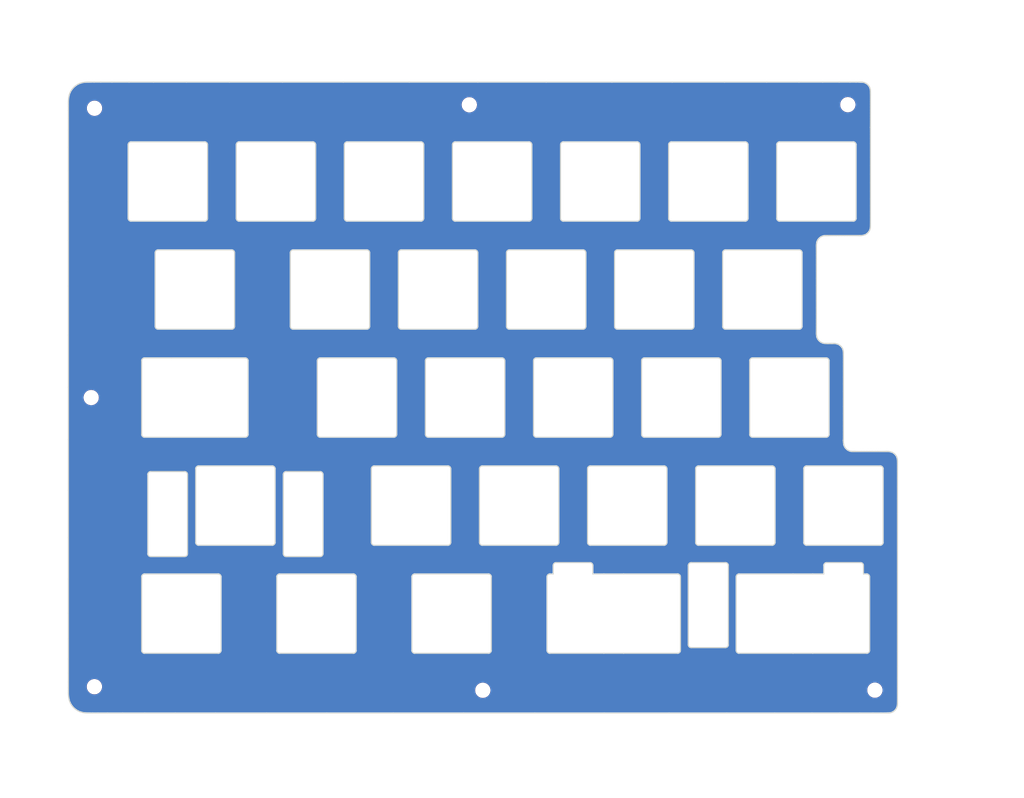
<source format=kicad_pcb>
(kicad_pcb (version 20221018) (generator pcbnew)
  (layers (0 "F.Cu" signal) (31 "B.Cu" signal) (34 "B.Paste" user) (35 "F.Paste" user) (36 "B.SilkS" user "B.Silkscreen") (37 "F.SilkS" user "F.Silkscreen") (38 "B.Mask" user) (39 "F.Mask" user) (44 "Edge.Cuts" user))
  (net 0 "")
  (footprint "Mounting_Holes:MountingHole_2.2mm_M2" (layer "F.Cu") (at 88.26 20.45)
    (fp_text reference "REF**" hide)
    (fp_text value "MountingHole_2.2mm_M2" hide)
    (pad "" np_thru_hole circle (at 0 0) (size 2.2 2.2) (drill 2.2) (layers "*.Cu" "*.Mask"))
  )
  (footprint "Mounting_Holes:MountingHole_2.2mm_M2" (layer "F.Cu") (at 22.21 21.06)
    (fp_text reference "REF**" hide)
    (fp_text value "MountingHole_2.2mm_M2" hide)
    (pad "" np_thru_hole circle (at 0 0) (size 2.2 2.2) (drill 2.2) (layers "*.Cu" "*.Mask"))
  )
  (footprint "Mounting_Holes:MountingHole_2.2mm_M2" (layer "F.Cu") (at 154.97 20.43)
    (fp_text reference "REF**" hide)
    (fp_text value "MountingHole_2.2mm_M2" hide)
    (pad "" np_thru_hole circle (at 0 0) (size 2.2 2.2) (drill 2.2) (layers "*.Cu" "*.Mask"))
  )
  (footprint "Mounting_Holes:MountingHole_2.2mm_M2" (layer "F.Cu") (at 159.74 123.68)
    (fp_text reference "REF**" hide)
    (fp_text value "MountingHole_2.2mm_M2" hide)
    (pad "" np_thru_hole circle (at 0 0) (size 2.2 2.2) (drill 2.2) (layers "*.Cu" "*.Mask"))
  )
  (footprint "Mounting_Holes:MountingHole_2.2mm_M2" (layer "F.Cu") (at 90.64 123.7)
    (fp_text reference "REF**" hide)
    (fp_text value "MountingHole_2.2mm_M2" hide)
    (pad "" np_thru_hole circle (at 0 0) (size 2.2 2.2) (drill 2.2) (layers "*.Cu" "*.Mask"))
  )
  (footprint "Mounting_Holes:MountingHole_2.2mm_M2" (layer "F.Cu") (at 22.19 123.07)
    (fp_text reference "REF**" hide)
    (fp_text value "MountingHole_2.2mm_M2" hide)
    (pad "" np_thru_hole circle (at 0 0) (size 2.2 2.2) (drill 2.2) (layers "*.Cu" "*.Mask"))
  )
  (footprint "Mounting_Holes:MountingHole_2.2mm_M2" (layer "F.Cu") (at 21.62 72.08)
    (fp_text reference "REF**" hide)
    (fp_text value "MountingHole_2.2mm_M2" hide)
    (pad "" np_thru_hole circle (at 0 0) (size 2.2 2.2) (drill 2.2) (layers "*.Cu" "*.Mask"))
  )
  (gr_curve (pts (xy 113.857375 46.527852) (xy 113.857375 46.25171) (xy 114.081233 46.027852) (xy 114.357375 46.027852)) (stroke (width 0.2)) (layer "Edge.Cuts"))
  (gr_line (start 149.432514 45.57193) (end 149.432514 45.456125) (stroke (width 0.2)) (layer "Edge.Cuts"))
  (gr_curve (pts (xy 148.788616 117.177863) (xy 148.788616 117.177863) (xy 145.313635 117.177863) (xy 145.313635 117.177863)) (stroke (width 0.2)) (layer "Edge.Cuts"))
  (gr_line (start 151.16591 43.500349) (end 151.241099 43.500001) (stroke (width 0.2)) (layer "Edge.Cuts"))
  (gr_line (start 160.949965 81.6) (end 160.618494 81.6) (stroke (width 0.2)) (layer "Edge.Cuts"))
  (gr_line (start 157.350555 16.453985) (end 157.257465 16.450856) (stroke (width 0.2)) (layer "Edge.Cuts"))
  (gr_curve (pts (xy 132.119875 65.077852) (xy 132.396018 65.077852) (xy 132.619875 65.30171) (xy 132.619875 65.577852)) (stroke (width 0.2)) (layer "Edge.Cuts"))
  (gr_curve (pts (xy 125.476129 103.677869) (xy 125.476129 103.677869) (xy 125.476129 116.67785) (xy 125.476129 116.67785)) (stroke (width 0.2)) (layer "Edge.Cuts"))
  (gr_line (start 87.247814 127.699986) (end 99.793337 127.699986) (stroke (width 0.2)) (layer "Edge.Cuts"))
  (gr_line (start 157.487836 43.485843) (end 157.601064 43.471525) (stroke (width 0.2)) (layer "Edge.Cuts"))
  (gr_curve (pts (xy 78.138625 103.677853) (xy 78.138625 103.40171) (xy 78.362483 103.177853) (xy 78.638625 103.177853)) (stroke (width 0.2)) (layer "Edge.Cuts"))
  (gr_curve (pts (xy 109.594875 84.127853) (xy 109.594875 84.127853) (xy 122.594875 84.127853) (xy 122.594875 84.127853)) (stroke (width 0.2)) (layer "Edge.Cuts"))
  (gr_curve (pts (xy 85.782375 40.977852) (xy 85.506233 40.977852) (xy 85.282375 40.753995) (xy 85.282375 40.477852)) (stroke (width 0.2)) (layer "Edge.Cuts"))
  (gr_line (start 154.194993 79.601392) (end 154.194993 79.600083) (stroke (width 0.2)) (layer "Edge.Cuts"))
  (gr_line (start 17.607766 22.823594) (end 17.607766 24.927978) (stroke (width 0.2)) (layer "Edge.Cuts"))
  (gr_curve (pts (xy 71.494875 98.127853) (xy 71.218733 98.127853) (xy 70.994875 97.903995) (xy 70.994875 97.627853)) (stroke (width 0.2)) (layer "Edge.Cuts"))
  (gr_curve (pts (xy 156.432375 27.477852) (xy 156.432375 27.477852) (xy 156.432375 40.477852) (xy 156.432375 40.477852)) (stroke (width 0.2)) (layer "Edge.Cuts"))
  (gr_curve (pts (xy 67.826125 117.177853) (xy 67.826125 117.177853) (xy 54.826126 117.177853) (xy 54.826126 117.177853)) (stroke (width 0.2)) (layer "Edge.Cuts"))
  (gr_curve (pts (xy 62.476626 85.627853) (xy 62.476626 85.627853) (xy 62.476626 99.627853) (xy 62.476626 99.627853)) (stroke (width 0.2)) (layer "Edge.Cuts"))
  (gr_line (start 149.432514 45.317963) (end 149.432746 45.244826) (stroke (width 0.2)) (layer "Edge.Cuts"))
  (gr_line (start 25.279203 16.449993) (end 23.307971 16.449993) (stroke (width 0.2)) (layer "Edge.Cuts"))
  (gr_line (start 17.617342 19.633341) (end 17.610087 19.822999) (stroke (width 0.2)) (layer "Edge.Cuts"))
  (gr_line (start 18.065857 18.006175) (end 17.939162 18.239813) (stroke (width 0.2)) (layer "Edge.Cuts"))
  (gr_line (start 158.894909 42.316126) (end 158.920451 42.196396) (stroke (width 0.2)) (layer "Edge.Cuts"))
  (gr_line (start 154.194993 79.437206) (end 154.194993 79.244257) (stroke (width 0.2)) (layer "Edge.Cuts"))
  (gr_curve (pts (xy 135.788635 103.177856) (xy 135.788635 103.177856) (xy 145.313635 103.177856) (xy 145.313635 103.177856)) (stroke (width 0.2)) (layer "Edge.Cuts"))
  (gr_line (start 151.240038 62.55) (end 151.164624 62.549637) (stroke (width 0.2)) (layer "Edge.Cuts"))
  (gr_line (start 158.913408 17.716502) (end 158.885029 17.595994) (stroke (width 0.2)) (layer "Edge.Cuts"))
  (gr_line (start 157.071368 43.5) (end 157.129724 43.5) (stroke (width 0.2)) (layer "Edge.Cuts"))
  (gr_curve (pts (xy 48.776139 79.077856) (xy 49.052285 79.077856) (xy 49.27613 78.853989) (xy 49.27613 78.577843)) (stroke (width 0.2)) (layer "Edge.Cuts"))
  (gr_curve (pts (xy 31.600626 99.627853) (xy 31.600626 99.627853) (xy 31.600626 85.627853) (xy 31.600626 85.627853)) (stroke (width 0.2)) (layer "Edge.Cuts"))
  (gr_line (start 163.719756 124.938621) (end 163.719756 124.181795) (stroke (width 0.2)) (layer "Edge.Cuts"))
  (gr_line (start 156.56808 81.6) (end 156.407125 81.6) (stroke (width 0.2)) (layer "Edge.Cuts"))
  (gr_line (start 156.950295 43.5) (end 157.015342 43.5) (stroke (width 0.2)) (layer "Edge.Cuts"))
  (gr_line (start 151.416752 62.55) (end 151.385696 62.55) (stroke (width 0.2)) (layer "Edge.Cuts"))
  (gr_curve (pts (xy 66.232375 27.477852) (xy 66.232375 27.20171) (xy 66.456233 26.977852) (xy 66.732375 26.977852)) (stroke (width 0.2)) (layer "Edge.Cuts"))
  (gr_line (start 158.081344 43.325196) (end 158.197535 43.260007) (stroke (width 0.2)) (layer "Edge.Cuts"))
  (gr_curve (pts (xy 133.350627 116.177852) (xy 133.350627 116.177852) (xy 133.414124 116.177852) (xy 133.414124 116.177852)) (stroke (width 0.2)) (layer "Edge.Cuts"))
  (gr_line (start 158.957751 26.376662) (end 158.957751 25.69191) (stroke (width 0.2)) (layer "Edge.Cuts"))
  (gr_line (start 162.761354 81.737035) (end 162.64023 81.692409) (stroke (width 0.2)) (layer "Edge.Cuts"))
  (gr_line (start 158.846566 17.474473) (end 158.796492 17.354186) (stroke (width 0.2)) (layer "Edge.Cuts"))
  (gr_line (start 154.194993 72.317579) (end 154.194993 70.972089) (stroke (width 0.2)) (layer "Edge.Cuts"))
  (gr_curve (pts (xy 94.807375 46.527852) (xy 94.807375 46.25171) (xy 95.031233 46.027852) (xy 95.307375 46.027852)) (stroke (width 0.2)) (layer "Edge.Cuts"))
  (gr_curve (pts (xy 136.882375 40.977852) (xy 136.882375 40.977852) (xy 123.882375 40.977852) (xy 123.882375 40.977852)) (stroke (width 0.2)) (layer "Edge.Cuts"))
  (gr_curve (pts (xy 30.513626 116.677853) (xy 30.513626 116.677853) (xy 30.513626 103.677853) (xy 30.513626 103.677853)) (stroke (width 0.2)) (layer "Edge.Cuts"))
  (gr_line (start 20.177967 16.531433) (end 19.937674 16.585317) (stroke (width 0.2)) (layer "Edge.Cuts"))
  (gr_curve (pts (xy 33.394876 60.027852) (xy 33.118734 60.027852) (xy 32.894876 59.803995) (xy 32.894876 59.527852)) (stroke (width 0.2)) (layer "Edge.Cuts"))
  (gr_line (start 154.194993 78.938993) (end 154.194993 78.495649) (stroke (width 0.2)) (layer "Edge.Cuts"))
  (gr_line (start 163.719756 83.418986) (end 163.719535 83.346079) (stroke (width 0.2)) (layer "Edge.Cuts"))
  (gr_curve (pts (xy 109.094875 97.627853) (xy 109.094875 97.627853) (xy 109.094875 84.627853) (xy 109.094875 84.627853)) (stroke (width 0.2)) (layer "Edge.Cuts"))
  (gr_line (start 158.957751 29.719725) (end 158.957751 28.404479) (stroke (width 0.2)) (layer "Edge.Cuts"))
  (gr_line (start 161.911171 127.699985) (end 161.98636 127.699637) (stroke (width 0.2)) (layer "Edge.Cuts"))
  (gr_curve (pts (xy 118.619875 78.577853) (xy 118.619875 78.577853) (xy 118.619875 65.577852) (xy 118.619875 65.577852)) (stroke (width 0.2)) (layer "Edge.Cuts"))
  (gr_line (start 150.976214 62.542204) (end 150.867717 62.532068) (stroke (width 0.2)) (layer "Edge.Cuts"))
  (gr_line (start 158.302694 81.6) (end 157.839682 81.6) (stroke (width 0.2)) (layer "Edge.Cuts"))
  (gr_curve (pts (xy 99.569875 78.577853) (xy 99.569875 78.577853) (xy 99.569875 65.577852) (xy 99.569875 65.577852)) (stroke (width 0.2)) (layer "Edge.Cuts"))
  (gr_curve (pts (xy 28.632376 26.977852) (xy 28.632376 26.977852) (xy 41.632376 26.977852) (xy 41.632376 26.977852)) (stroke (width 0.2)) (layer "Edge.Cuts"))
  (gr_line (start 149.434464 45.158061) (end 149.439199 45.059918) (stroke (width 0.2)) (layer "Edge.Cuts"))
  (gr_curve (pts (xy 146.907375 46.527852) (xy 146.907375 46.527852) (xy 146.907375 59.527852) (xy 146.907375 59.527852)) (stroke (width 0.2)) (layer "Edge.Cuts"))
  (gr_line (start 43.54877 127.699986) (end 52.54201 127.699986) (stroke (width 0.2)) (layer "Edge.Cuts"))
  (gr_line (start 158.957751 24.512631) (end 158.957751 24.461804) (stroke (width 0.2)) (layer "Edge.Cuts"))
  (gr_curve (pts (xy 78.138625 116.677853) (xy 78.138625 116.677853) (xy 78.138625 103.677853) (xy 78.138625 103.677853)) (stroke (width 0.2)) (layer "Edge.Cuts"))
  (gr_line (start 149.432746 45.244826) (end 149.434464 45.158061) (stroke (width 0.2)) (layer "Edge.Cuts"))
  (gr_curve (pts (xy 70.707375 46.527852) (xy 70.707375 46.527852) (xy 70.707375 59.527852) (xy 70.707375 59.527852)) (stroke (width 0.2)) (layer "Edge.Cuts"))
  (gr_line (start 17.607766 96.756482) (end 17.607766 104.074983) (stroke (width 0.2)) (layer "Edge.Cuts"))
  (gr_curve (pts (xy 31.013626 103.177853) (xy 31.013626 103.177853) (xy 44.013626 103.177853) (xy 44.013626 103.177853)) (stroke (width 0.2)) (layer "Edge.Cuts"))
  (gr_curve (pts (xy 66.232375 40.477852) (xy 66.232375 40.477852) (xy 66.232375 27.477852) (xy 66.232375 27.477852)) (stroke (width 0.2)) (layer "Edge.Cuts"))
  (gr_curve (pts (xy 103.544875 84.127853) (xy 103.821018 84.127853) (xy 104.044875 84.35171) (xy 104.044875 84.627853)) (stroke (width 0.2)) (layer "Edge.Cuts"))
  (gr_curve (pts (xy 142.932375 40.977852) (xy 142.656233 40.977852) (xy 142.432375 40.753995) (xy 142.432375 40.477852)) (stroke (width 0.2)) (layer "Edge.Cuts"))
  (gr_line (start 163.665855 82.82158) (end 163.633874 82.700429) (stroke (width 0.2)) (layer "Edge.Cuts"))
  (gr_line (start 163.719756 125.679179) (end 163.719756 125.413095) (stroke (width 0.2)) (layer "Edge.Cuts"))
  (gr_line (start 154.194993 64.479514) (end 154.194993 64.41102) (stroke (width 0.2)) (layer "Edge.Cuts"))
  (gr_line (start 152.074908 62.55) (end 152.02581 62.55) (stroke (width 0.2)) (layer "Edge.Cuts"))
  (gr_line (start 158.957751 24.366327) (end 158.957751 24.277183) (stroke (width 0.2)) (layer "Edge.Cuts"))
  (gr_line (start 158.957751 25.192319) (end 158.957751 24.8487) (stroke (width 0.2)) (layer "Edge.Cuts"))
  (gr_line (start 158.957751 35.678481) (end 158.957751 34.200877) (stroke (width 0.2)) (layer "Edge.Cuts"))
  (gr_line (start 158.95478 41.86999) (end 158.957233 41.779612) (stroke (width 0.2)) (layer "Edge.Cuts"))
  (gr_curve (pts (xy 44.013626 103.177853) (xy 44.289769 103.177853) (xy 44.513626 103.40171) (xy 44.513626 103.677853)) (stroke (width 0.2)) (layer "Edge.Cuts"))
  (gr_curve (pts (xy 127.857375 59.527852) (xy 127.857375 59.803995) (xy 127.633518 60.027852) (xy 127.357375 60.027852)) (stroke (width 0.2)) (layer "Edge.Cuts"))
  (gr_line (start 66.052396 16.449993) (end 55.331414 16.449993) (stroke (width 0.2)) (layer "Edge.Cuts"))
  (gr_curve (pts (xy 138.169875 79.077853) (xy 137.893733 79.077853) (xy 137.669875 78.853995) (xy 137.669875 78.577853)) (stroke (width 0.2)) (layer "Edge.Cuts"))
  (gr_line (start 162.284553 81.617932) (end 162.176055 81.607797) (stroke (width 0.2)) (layer "Edge.Cuts"))
  (gr_curve (pts (xy 49.27613 65.577862) (xy 49.27613 65.301716) (xy 49.052285 65.077849) (xy 48.776139 65.077849)) (stroke (width 0.2)) (layer "Edge.Cuts"))
  (gr_line (start 157.681936 16.492499) (end 157.565039 16.473274) (stroke (width 0.2)) (layer "Edge.Cuts"))
  (gr_line (start 154.174945 63.967603) (end 154.15736 63.851759) (stroke (width 0.2)) (layer "Edge.Cuts"))
  (gr_curve (pts (xy 61.976626 100.127853) (xy 61.976626 100.127853) (xy 55.976626 100.127853) (xy 55.976626 100.127853)) (stroke (width 0.2)) (layer "Edge.Cuts"))
  (gr_line (start 154.194993 79.543604) (end 154.194993 79.437206) (stroke (width 0.2)) (layer "Edge.Cuts"))
  (gr_line (start 156.587537 43.5) (end 156.747742 43.5) (stroke (width 0.2)) (layer "Edge.Cuts"))
  (gr_line (start 162.994941 81.862699) (end 162.880092 81.793912) (stroke (width 0.2)) (layer "Edge.Cuts"))
  (gr_line (start 149.432514 60.731015) (end 149.432514 60.668304) (stroke (width 0.2)) (layer "Edge.Cuts"))
  (gr_line (start 99.793337 127.699986) (end 112.027793 127.699986) (stroke (width 0.2)) (layer "Edge.Cuts"))
  (gr_line (start 38.413716 16.449993) (end 32.596588 16.449993) (stroke (width 0.2)) (layer "Edge.Cuts"))
  (gr_line (start 149.434418 60.89049) (end 149.432735 60.803921) (stroke (width 0.2)) (layer "Edge.Cuts"))
  (gr_line (start 159.285613 81.6) (end 158.790976 81.6) (stroke (width 0.2)) (layer "Edge.Cuts"))
  (gr_curve (pts (xy 94.807375 59.527852) (xy 94.807375 59.527852) (xy 94.807375 46.527852) (xy 94.807375 46.527852)) (stroke (width 0.2)) (layer "Edge.Cuts"))
  (gr_curve (pts (xy 150.726633 103.177856) (xy 150.726633 103.177856) (xy 150.726633 101.677862) (xy 150.726633 101.677862)) (stroke (width 0.2)) (layer "Edge.Cuts"))
  (gr_line (start 151.639733 62.55) (end 151.5845 62.55) (stroke (width 0.2)) (layer "Edge.Cuts"))
  (gr_curve (pts (xy 146.407375 60.027852) (xy 146.407375 60.027852) (xy 133.407375 60.027852) (xy 133.407375 60.027852)) (stroke (width 0.2)) (layer "Edge.Cuts"))
  (gr_line (start 155.192976 81.478907) (end 155.073246 81.42612) (stroke (width 0.2)) (layer "Edge.Cuts"))
  (gr_line (start 21.318267 16.449993) (end 21.181074 16.450032) (stroke (width 0.2)) (layer "Edge.Cuts"))
  (gr_curve (pts (xy 157.726615 103.177856) (xy 157.726615 103.177856) (xy 158.313616 103.177856) (xy 158.313616 103.177856)) (stroke (width 0.2)) (layer "Edge.Cuts"))
  (gr_line (start 158.957751 37.050734) (end 158.957751 35.678481) (stroke (width 0.2)) (layer "Edge.Cuts"))
  (gr_line (start 133.644647 127.699986) (end 142.079998 127.699986) (stroke (width 0.2)) (layer "Edge.Cuts"))
  (gr_curve (pts (xy 71.494875 84.127853) (xy 71.494875 84.127853) (xy 84.494875 84.127853) (xy 84.494875 84.127853)) (stroke (width 0.2)) (layer "Edge.Cuts"))
  (gr_line (start 52.54201 127.699986) (end 63.142436 127.699986) (stroke (width 0.2)) (layer "Edge.Cuts"))
  (gr_line (start 17.607766 114.705452) (end 17.607766 118.156495) (stroke (width 0.2)) (layer "Edge.Cuts"))
  (gr_curve (pts (xy 109.538127 101.177849) (xy 109.814273 101.177849) (xy 110.038118 101.401716) (xy 110.038118 101.677862)) (stroke (width 0.2)) (layer "Edge.Cuts"))
  (gr_curve (pts (xy 28.132376 27.477852) (xy 28.132376 27.20171) (xy 28.356234 26.977852) (xy 28.632376 26.977852)) (stroke (width 0.2)) (layer "Edge.Cuts"))
  (gr_curve (pts (xy 99.569875 65.577852) (xy 99.569875 65.30171) (xy 99.793733 65.077852) (xy 100.069875 65.077852)) (stroke (width 0.2)) (layer "Edge.Cuts"))
  (gr_line (start 153.456836 16.449993) (end 150.540112 16.449993) (stroke (width 0.2)) (layer "Edge.Cuts"))
  (gr_line (start 154.185967 64.077269) (end 154.174945 63.967603) (stroke (width 0.2)) (layer "Edge.Cuts"))
  (gr_line (start 151.947283 43.5) (end 152.206966 43.5) (stroke (width 0.2)) (layer "Edge.Cuts"))
  (gr_line (start 149.432514 53.688568) (end 149.432514 52.340436) (stroke (width 0.2)) (layer "Edge.Cuts"))
  (gr_line (start 155.953421 81.599871) (end 155.868839 81.598518) (stroke (width 0.2)) (layer "Edge.Cuts"))
  (gr_line (start 149.761652 44.131806) (end 149.849326 44.027214) (stroke (width 0.2)) (layer "Edge.Cuts"))
  (gr_line (start 17.803744 125.57513) (end 17.896312 125.816956) (stroke (width 0.2)) (layer "Edge.Cuts"))
  (gr_line (start 17.659348 19.199522) (end 17.63274 19.424016) (stroke (width 0.2)) (layer "Edge.Cuts"))
  (gr_line (start 151.75 43.5) (end 151.947283 43.5) (stroke (width 0.2)) (layer "Edge.Cuts"))
  (gr_line (start 161.404946 81.6) (end 161.208563 81.6) (stroke (width 0.2)) (layer "Edge.Cuts"))
  (gr_curve (pts (xy 141.644875 98.127853) (xy 141.644875 98.127853) (xy 128.644875 98.127853) (xy 128.644875 98.127853)) (stroke (width 0.2)) (layer "Edge.Cuts"))
  (gr_curve (pts (xy 67.826125 103.177853) (xy 68.102268 103.177853) (xy 68.326125 103.40171) (xy 68.326125 103.677853)) (stroke (width 0.2)) (layer "Edge.Cuts"))
  (gr_line (start 154.194993 79.589214) (end 154.194993 79.543604) (stroke (width 0.2)) (layer "Edge.Cuts"))
  (gr_curve (pts (xy 102.451135 103.177856) (xy 102.451135 103.177856) (xy 103.038136 103.177856) (xy 103.038136 103.177856)) (stroke (width 0.2)) (layer "Edge.Cuts"))
  (gr_line (start 158.957751 41.56626) (end 158.957751 41.456636) (stroke (width 0.2)) (layer "Edge.Cuts"))
  (gr_line (start 156.417748 16.449993) (end 155.338183 16.449993) (stroke (width 0.2)) (layer "Edge.Cuts"))
  (gr_line (start 158.957751 28.404479) (end 158.957751 27.275762) (stroke (width 0.2)) (layer "Edge.Cuts"))
  (gr_line (start 17.607766 20.303826) (end 17.607766 20.692054) (stroke (width 0.2)) (layer "Edge.Cuts"))
  (gr_curve (pts (xy 151.169875 79.077853) (xy 151.169875 79.077853) (xy 138.169875 79.077853) (xy 138.169875 79.077853)) (stroke (width 0.2)) (layer "Edge.Cuts"))
  (gr_curve (pts (xy 103.038136 103.177856) (xy 103.038136 103.177856) (xy 103.038136 101.677862) (xy 103.038136 101.677862)) (stroke (width 0.2)) (layer "Edge.Cuts"))
  (gr_curve (pts (xy 90.044875 84.627853) (xy 90.044875 84.35171) (xy 90.268733 84.127853) (xy 90.544875 84.127853)) (stroke (width 0.2)) (layer "Edge.Cuts"))
  (gr_line (start 154.215041 80.182397) (end 154.204018 80.072731) (stroke (width 0.2)) (layer "Edge.Cuts"))
  (gr_line (start 17.607766 37.56201) (end 17.607766 44.397201) (stroke (width 0.2)) (layer "Edge.Cuts"))
  (gr_line (start 163.391914 82.233491) (end 163.304383 82.128796) (stroke (width 0.2)) (layer "Edge.Cuts"))
  (gr_line (start 157.453829 16.460947) (end 157.350555 16.453985) (stroke (width 0.2)) (layer "Edge.Cuts"))
  (gr_line (start 149.448485 44.952643) (end 149.463854 44.838488) (stroke (width 0.2)) (layer "Edge.Cuts"))
  (gr_line (start 154.258306 80.418017) (end 154.232626 80.298242) (stroke (width 0.2)) (layer "Edge.Cuts"))
  (gr_line (start 163.719756 125.810834) (end 163.719756 125.679179) (stroke (width 0.2)) (layer "Edge.Cuts"))
  (gr_line (start 151.357861 43.5) (end 151.419046 43.5) (stroke (width 0.2)) (layer "Edge.Cuts"))
  (gr_curve (pts (xy 80.232375 27.477852) (xy 80.232375 27.477852) (xy 80.232375 40.477852) (xy 80.232375 40.477852)) (stroke (width 0.2)) (layer "Edge.Cuts"))
  (gr_line (start 149.432514 58.3126) (end 149.432514 57.374681) (stroke (width 0.2)) (layer "Edge.Cuts"))
  (gr_curve (pts (xy 55.476626 85.627853) (xy 55.476626 85.35171) (xy 55.700484 85.127853) (xy 55.976626 85.127853)) (stroke (width 0.2)) (layer "Edge.Cuts"))
  (gr_line (start 152.206966 43.5) (end 152.53964 43.5) (stroke (width 0.2)) (layer "Edge.Cuts"))
  (gr_curve (pts (xy 151.669875 65.577852) (xy 151.669875 65.577852) (xy 151.669875 78.577853) (xy 151.669875 78.577853)) (stroke (width 0.2)) (layer "Edge.Cuts"))
  (gr_line (start 18.572028 17.368857) (end 18.38464 17.568347) (stroke (width 0.2)) (layer "Edge.Cuts"))
  (gr_line (start 154.194993 78.495649) (end 154.194993 77.888462) (stroke (width 0.2)) (layer "Edge.Cuts"))
  (gr_line (start 154.194993 66.524634) (end 154.194993 65.850963) (stroke (width 0.2)) (layer "Edge.Cuts"))
  (gr_line (start 17.607766 110.070228) (end 17.607766 114.705452) (stroke (width 0.2)) (layer "Edge.Cuts"))
  (gr_curve (pts (xy 104.332375 27.477852) (xy 104.332375 27.20171) (xy 104.556233 26.977852) (xy 104.832375 26.977852)) (stroke (width 0.2)) (layer "Edge.Cuts"))
  (gr_line (start 158.274761 16.741318) (end 158.161675 16.668367) (stroke (width 0.2)) (layer "Edge.Cuts"))
  (gr_line (start 158.957702 18.225134) (end 158.956747 18.143425) (stroke (width 0.2)) (layer "Edge.Cuts"))
  (gr_curve (pts (xy 127.350627 116.177852) (xy 127.350627 116.177852) (xy 127.414124 116.177852) (xy 127.414124 116.177852)) (stroke (width 0.2)) (layer "Edge.Cuts"))
  (gr_line (start 154.194993 79.631496) (end 154.194993 79.615208) (stroke (width 0.2)) (layer "Edge.Cuts"))
  (gr_line (start 163.468543 126.95753) (end 163.535545 126.841996) (stroke (width 0.2)) (layer "Edge.Cuts"))
  (gr_line (start 155.666626 81.586016) (end 155.553493 81.571801) (stroke (width 0.2)) (layer "Edge.Cuts"))
  (gr_line (start 150.159088 43.761538) (end 150.274006 43.692929) (stroke (width 0.2)) (layer "Edge.Cuts"))
  (gr_line (start 21.562991 16.449993) (end 21.318267 16.449993) (stroke (width 0.2)) (layer "Edge.Cuts"))
  (gr_curve (pts (xy 101.951122 116.67785) (xy 101.951122 116.67785) (xy 101.951122 103.677869) (xy 101.951122 103.677869)) (stroke (width 0.2)) (layer "Edge.Cuts"))
  (gr_line (start 149.518976 44.598528) (end 149.561794 44.477222) (stroke (width 0.2)) (layer "Edge.Cuts"))
  (gr_line (start 31.071271 127.699986) (end 36.450247 127.699986) (stroke (width 0.2)) (layer "Edge.Cuts"))
  (gr_line (start 17.607766 44.397201) (end 17.607766 52.361957) (stroke (width 0.2)) (layer "Edge.Cuts"))
  (gr_line (start 163.719756 106.564954) (end 163.719756 102.793769) (stroke (width 0.2)) (layer "Edge.Cuts"))
  (gr_line (start 17.607766 20.692054) (end 17.607766 21.471798) (stroke (width 0.2)) (layer "Edge.Cuts"))
  (gr_line (start 149.432514 56.257218) (end 149.432514 55.011338) (stroke (width 0.2)) (layer "Edge.Cuts"))
  (gr_line (start 156.407125 81.6) (end 156.289412 81.6) (stroke (width 0.2)) (layer "Edge.Cuts"))
  (gr_line (start 158.948854 41.971079) (end 158.95478 41.86999) (stroke (width 0.2)) (layer "Edge.Cuts"))
  (gr_line (start 158.957751 18.349687) (end 158.957751 18.292516) (stroke (width 0.2)) (layer "Edge.Cuts"))
  (gr_curve (pts (xy 132.907375 46.527852) (xy 132.907375 46.25171) (xy 133.131233 46.027852) (xy 133.407375 46.027852)) (stroke (width 0.2)) (layer "Edge.Cuts"))
  (gr_curve (pts (xy 137.669875 78.577853) (xy 137.669875 78.577853) (xy 137.669875 65.577852) (xy 137.669875 65.577852)) (stroke (width 0.2)) (layer "Edge.Cuts"))
  (gr_curve (pts (xy 156.432375 40.477852) (xy 156.432375 40.753995) (xy 156.208518 40.977852) (xy 155.932375 40.977852)) (stroke (width 0.2)) (layer "Edge.Cuts"))
  (gr_line (start 155.073246 81.42612) (end 154.956991 81.361114) (stroke (width 0.2)) (layer "Edge.Cuts"))
  (gr_line (start 149.463854 44.838488) (end 149.48684 44.7197) (stroke (width 0.2)) (layer "Edge.Cuts"))
  (gr_line (start 157.601064 43.471525) (end 157.719277 43.44983) (stroke (width 0.2)) (layer "Edge.Cuts"))
  (gr_curve (pts (xy 85.282375 27.477852) (xy 85.282375 27.20171) (xy 85.506233 26.977852) (xy 85.782375 26.977852)) (stroke (width 0.2)) (layer "Edge.Cuts"))
  (gr_line (start 133.242025 16.449993) (end 124.01989 16.449993) (stroke (width 0.2)) (layer "Edge.Cuts"))
  (gr_curve (pts (xy 79.732375 40.977852) (xy 79.732375 40.977852) (xy 66.732375 40.977852) (xy 66.732375 40.977852)) (stroke (width 0.2)) (layer "Edge.Cuts"))
  (gr_curve (pts (xy 109.094875 84.627853) (xy 109.094875 84.35171) (xy 109.318733 84.127853) (xy 109.594875 84.127853)) (stroke (width 0.2)) (layer "Edge.Cuts"))
  (gr_line (start 163.719756 83.892509) (end 163.719756 83.623738) (stroke (width 0.2)) (layer "Edge.Cuts"))
  (gr_line (start 153.839449 63.148415) (end 153.74897 63.045957) (stroke (width 0.2)) (layer "Edge.Cuts"))
  (gr_line (start 153.55328 127.699986) (end 157.056681 127.699986) (stroke (width 0.2)) (layer "Edge.Cuts"))
  (gr_line (start 149.432514 46.035262) (end 149.432514 45.755757) (stroke (width 0.2)) (layer "Edge.Cuts"))
  (gr_line (start 155.319855 43.5) (end 155.737877 43.5) (stroke (width 0.2)) (layer "Edge.Cuts"))
  (gr_line (start 77.682099 16.449993) (end 66.052396 16.449993) (stroke (width 0.2)) (layer "Edge.Cuts"))
  (gr_line (start 151.502176 62.55) (end 151.471796 62.55) (stroke (width 0.2)) (layer "Edge.Cuts"))
  (gr_line (start 152.201466 62.55) (end 152.174258 62.55) (stroke (width 0.2)) (layer "Edge.Cuts"))
  (gr_line (start 17.607766 24.927978) (end 17.607766 27.965485) (stroke (width 0.2)) (layer "Edge.Cuts"))
  (gr_line (start 150.633381 62.491295) (end 150.51204 62.457591) (stroke (width 0.2)) (layer "Edge.Cuts"))
  (gr_line (start 154.194993 79.599801) (end 154.194993 79.589214) (stroke (width 0.2)) (layer "Edge.Cuts"))
  (gr_line (start 154.09637 63.610529) (end 154.049899 63.489642) (stroke (width 0.2)) (layer "Edge.Cuts"))
  (gr_line (start 163.536499 82.459828) (end 163.469677 82.344227) (stroke (width 0.2)) (layer "Edge.Cuts"))
  (gr_line (start 158.790976 81.6) (end 158.302694 81.6) (stroke (width 0.2)) (layer "Edge.Cuts"))
  (gr_line (start 152.836492 62.578199) (end 152.72336 62.563985) (stroke (width 0.2)) (layer "Edge.Cuts"))
  (gr_curve (pts (xy 142.144875 97.627853) (xy 142.144875 97.903995) (xy 141.921018 98.127853) (xy 141.644875 98.127853)) (stroke (width 0.2)) (layer "Edge.Cuts"))
  (gr_curve (pts (xy 53.538626 84.127853) (xy 53.814769 84.127853) (xy 54.038626 84.35171) (xy 54.038626 84.627853)) (stroke (width 0.2)) (layer "Edge.Cuts"))
  (gr_line (start 149.561035 61.570893) (end 149.518396 61.449572) (stroke (width 0.2)) (layer "Edge.Cuts"))
  (gr_curve (pts (xy 70.207375 60.027852) (xy 70.207375 60.027852) (xy 57.207376 60.027852) (xy 57.207376 60.027852)) (stroke (width 0.2)) (layer "Edge.Cuts"))
  (gr_line (start 149.432514 46.991924) (end 149.432514 46.438099) (stroke (width 0.2)) (layer "Edge.Cuts"))
  (gr_curve (pts (xy 68.326125 116.677853) (xy 68.326125 116.953995) (xy 68.102268 117.177853) (xy 67.826125 117.177853)) (stroke (width 0.2)) (layer "Edge.Cuts"))
  (gr_line (start 152.174258 62.55) (end 152.146226 62.55) (stroke (width 0.2)) (layer "Edge.Cuts"))
  (gr_line (start 17.63274 19.424016) (end 17.617342 19.633341) (stroke (width 0.2)) (layer "Edge.Cuts"))
  (gr_curve (pts (xy 125.476129 116.67785) (xy 125.476129 116.953996) (xy 125.252262 117.177863) (xy 124.976116 117.177863)) (stroke (width 0.2)) (layer "Edge.Cuts"))
  (gr_line (start 158.957751 20.853368) (end 158.957751 20.342769) (stroke (width 0.2)) (layer "Edge.Cuts"))
  (gr_line (start 18.154285 126.281898) (end 18.316168 126.499847) (stroke (width 0.2)) (layer "Edge.Cuts"))
  (gr_line (start 163.104722 81.942224) (end 162.994941 81.862699) (stroke (width 0.2)) (layer "Edge.Cuts"))
  (gr_curve (pts (xy 78.638625 117.177853) (xy 78.362483 117.177853) (xy 78.138625 116.953995) (xy 78.138625 116.677853)) (stroke (width 0.2)) (layer "Edge.Cuts"))
  (gr_curve (pts (xy 123.382375 27.477852) (xy 123.382375 27.20171) (xy 123.606233 26.977852) (xy 123.882375 26.977852)) (stroke (width 0.2)) (layer "Edge.Cuts"))
  (gr_curve (pts (xy 113.569875 78.577853) (xy 113.569875 78.853995) (xy 113.346018 79.077853) (xy 113.069875 79.077853)) (stroke (width 0.2)) (layer "Edge.Cuts"))
  (gr_curve (pts (xy 103.544875 98.127853) (xy 103.544875 98.127853) (xy 90.544875 98.127853) (xy 90.544875 98.127853)) (stroke (width 0.2)) (layer "Edge.Cuts"))
  (gr_line (start 22.14773 16.449993) (end 21.562991 16.449993) (stroke (width 0.2)) (layer "Edge.Cuts"))
  (gr_line (start 158.946047 17.945484) (end 158.933237 17.833748) (stroke (width 0.2)) (layer "Edge.Cuts"))
  (gr_curve (pts (xy 48.776139 65.077849) (xy 48.776139 65.077849) (xy 44.013639 65.077849) (xy 44.013639 65.077849)) (stroke (width 0.2)) (layer "Edge.Cuts"))
  (gr_line (start 163.719756 116.862757) (end 163.719756 113.74359) (stroke (width 0.2)) (layer "Edge.Cuts"))
  (gr_line (start 150.635266 43.558258) (end 150.754525 43.534077) (stroke (width 0.2)) (layer "Edge.Cuts"))
  (gr_line (start 163.703785 126.247343) (end 163.713071 126.140069) (stroke (width 0.2)) (layer "Edge.Cuts"))
  (gr_line (start 18.991049 17.020472) (end 18.774948 17.185449) (stroke (width 0.2)) (layer "Edge.Cuts"))
  (gr_curve (pts (xy 138.169875 65.077852) (xy 138.169875 65.077852) (xy 151.169875 65.077852) (xy 151.169875 65.077852)) (stroke (width 0.2)) (layer "Edge.Cuts"))
  (gr_line (start 158.957751 41.456636) (end 158.957751 41.277838) (stroke (width 0.2)) (layer "Edge.Cuts"))
  (gr_curve (pts (xy 98.782375 26.977852) (xy 99.058518 26.977852) (xy 99.282375 27.20171) (xy 99.282375 27.477852)) (stroke (width 0.2)) (layer "Edge.Cuts"))
  (gr_line (start 149.432514 45.380688) (end 149.432514 45.317963) (stroke (width 0.2)) (layer "Edge.Cuts"))
  (gr_line (start 153.544568 62.865018) (end 153.432994 62.788887) (stroke (width 0.2)) (layer "Edge.Cuts"))
  (gr_line (start 154.194455 64.26907) (end 154.19196 64.178508) (stroke (width 0.2)) (layer "Edge.Cuts"))
  (gr_line (start 163.208261 82.031315) (end 163.104722 81.942224) (stroke (width 0.2)) (layer "Edge.Cuts"))
  (gr_line (start 21.122183 127.699712) (end 21.264063 127.699986) (stroke (width 0.2)) (layer "Edge.Cuts"))
  (gr_line (start 163.719756 121.525239) (end 163.719756 119.477586) (stroke (width 0.2)) (layer "Edge.Cuts"))
  (gr_line (start 158.813478 42.558486) (end 158.859762 42.437573) (stroke (width 0.2)) (layer "Edge.Cuts"))
  (gr_line (start 152.521147 62.551483) (end 152.436564 62.55013) (stroke (width 0.2)) (layer "Edge.Cuts"))
  (gr_curve (pts (xy 108.807375 59.527852) (xy 108.807375 59.803995) (xy 108.583518 60.027852) (xy 108.307375 60.027852)) (stroke (width 0.2)) (layer "Edge.Cuts"))
  (gr_line (start 17.607766 104.074983) (end 17.607766 110.070228) (stroke (width 0.2)) (layer "Edge.Cuts"))
  (gr_line (start 158.754859 42.67675) (end 158.813478 42.558486) (stroke (width 0.2)) (layer "Edge.Cuts"))
  (gr_line (start 152.310112 62.55) (end 152.266197 62.55) (stroke (width 0.2)) (layer "Edge.Cuts"))
  (gr_curve (pts (xy 47.682376 26.977852) (xy 47.682376 26.977852) (xy 60.682376 26.977852) (xy 60.682376 26.977852)) (stroke (width 0.2)) (layer "Edge.Cuts"))
  (gr_curve (pts (xy 104.832375 40.977852) (xy 104.556233 40.977852) (xy 104.332375 40.753995) (xy 104.332375 40.477852)) (stroke (width 0.2)) (layer "Edge.Cuts"))
  (gr_line (start 156.783626 81.6) (end 156.56808 81.6) (stroke (width 0.2)) (layer "Edge.Cuts"))
  (gr_line (start 162.517004 127.641729) (end 162.63833 127.608184) (stroke (width 0.2)) (layer "Edge.Cuts"))
  (gr_line (start 157.719277 43.44983) (end 157.840224 43.419225) (stroke (width 0.2)) (layer "Edge.Cuts"))
  (gr_line (start 149.683727 44.242456) (end 149.761652 44.131806) (stroke (width 0.2)) (layer "Edge.Cuts"))
  (gr_line (start 161.734285 81.6) (end 161.656458 81.6) (stroke (width 0.2)) (layer "Edge.Cuts"))
  (gr_curve (pts (xy 55.976626 100.127853) (xy 55.700484 100.127853) (xy 55.476626 99.903995) (xy 55.476626 99.627853)) (stroke (width 0.2)) (layer "Edge.Cuts"))
  (gr_line (start 17.837083 18.480011) (end 17.758453 18.723022) (stroke (width 0.2)) (layer "Edge.Cuts"))
  (gr_line (start 154.956991 81.361114) (end 154.845418 81.284982) (stroke (width 0.2)) (layer "Edge.Cuts"))
  (gr_curve (pts (xy 76.257375 60.027852) (xy 75.981233 60.027852) (xy 75.757375 59.803995) (xy 75.757375 59.527852)) (stroke (width 0.2)) (layer "Edge.Cuts"))
  (gr_line (start 151.164624 62.549637) (end 151.075933 62.547549) (stroke (width 0.2)) (layer "Edge.Cuts"))
  (gr_line (start 17.607766 21.471798) (end 17.607766 22.823594) (stroke (width 0.2)) (layer "Edge.Cuts"))
  (gr_line (start 154.194993 79.244257) (end 154.194993 78.938993) (stroke (width 0.2)) (layer "Edge.Cuts"))
  (gr_line (start 154.194993 64.41102) (end 154.194987 64.346707) (stroke (width 0.2)) (layer "Edge.Cuts"))
  (gr_curve (pts (xy 44.013626 117.177853) (xy 44.013626 117.177853) (xy 31.013626 117.177853) (xy 31.013626 117.177853)) (stroke (width 0.2)) (layer "Edge.Cuts"))
  (gr_curve (pts (xy 142.144875 84.627853) (xy 142.144875 84.627853) (xy 142.144875 97.627853) (xy 142.144875 97.627853)) (stroke (width 0.2)) (layer "Edge.Cuts"))
  (gr_line (start 158.957751 21.922875) (end 158.957751 21.386918) (stroke (width 0.2)) (layer "Edge.Cuts"))
  (gr_curve (pts (xy 78.638625 103.177853) (xy 78.638625 103.177853) (xy 91.638625 103.177853) (xy 91.638625 103.177853)) (stroke (width 0.2)) (layer "Edge.Cuts"))
  (gr_line (start 163.719756 124.181795) (end 163.719756 123.068655) (stroke (width 0.2)) (layer "Edge.Cuts"))
  (gr_line (start 157.285326 43.498479) (end 157.38184 43.494317) (stroke (width 0.2)) (layer "Edge.Cuts"))
  (gr_line (start 162.880092 81.793912) (end 162.761354 81.737035) (stroke (width 0.2)) (layer "Edge.Cuts"))
  (gr_line (start 157.056681 127.699986) (end 159.393586 127.699986) (stroke (width 0.2)) (layer "Edge.Cuts"))
  (gr_curve (pts (xy 98.782375 40.977852) (xy 98.782375 40.977852) (xy 85.782375 40.977852) (xy 85.782375 40.977852)) (stroke (width 0.2)) (layer "Edge.Cuts"))
  (gr_line (start 63.142436 127.699986) (end 74.870942 127.699986) (stroke (width 0.2)) (layer "Edge.Cuts"))
  (gr_curve (pts (xy 127.857375 46.527852) (xy 127.857375 46.527852) (xy 127.857375 59.527852) (xy 127.857375 59.527852)) (stroke (width 0.2)) (layer "Edge.Cuts"))
  (gr_curve (pts (xy 80.232375 40.477852) (xy 80.232375 40.753995) (xy 80.008518 40.977852) (xy 79.732375 40.977852)) (stroke (width 0.2)) (layer "Edge.Cuts"))
  (gr_line (start 155.435341 81.550233) (end 155.314419 81.51978) (stroke (width 0.2)) (layer "Edge.Cuts"))
  (gr_line (start 162.878264 127.507057) (end 162.993182 127.438448) (stroke (width 0.2)) (layer "Edge.Cuts"))
  (gr_curve (pts (xy 155.932375 40.977852) (xy 155.932375 40.977852) (xy 142.932375 40.977852) (xy 142.932375 40.977852)) (stroke (width 0.2)) (layer "Edge.Cuts"))
  (gr_curve (pts (xy 46.394876 46.027852) (xy 46.671019 46.027852) (xy 46.894876 46.25171) (xy 46.894876 46.527852)) (stroke (width 0.2)) (layer "Edge.Cuts"))
  (gr_curve (pts (xy 70.707375 59.527852) (xy 70.707375 59.803995) (xy 70.483518 60.027852) (xy 70.207375 60.027852)) (stroke (width 0.2)) (layer "Edge.Cuts"))
  (gr_line (start 163.719756 87.802671) (end 163.719756 86.251945) (stroke (width 0.2)) (layer "Edge.Cuts"))
  (gr_curve (pts (xy 74.969875 65.077852) (xy 75.246018 65.077852) (xy 75.469875 65.30171) (xy 75.469875 65.577852)) (stroke (width 0.2)) (layer "Edge.Cuts"))
  (gr_curve (pts (xy 104.832375 26.977852) (xy 104.832375 26.977852) (xy 117.832375 26.977852) (xy 117.832375 26.977852)) (stroke (width 0.2)) (layer "Edge.Cuts"))
  (gr_curve (pts (xy 35.776136 79.077856) (xy 35.776136 79.077856) (xy 44.013639 79.077856) (xy 44.013639 79.077856)) (stroke (width 0.2)) (layer "Edge.Cuts"))
  (gr_line (start 161.987646 81.600364) (end 161.912232 81.600001) (stroke (width 0.2)) (layer "Edge.Cuts"))
  (gr_line (start 151.904107 62.55) (end 151.836718 62.55) (stroke (width 0.2)) (layer "Edge.Cuts"))
  (gr_line (start 154.194993 79.600083) (end 154.194993 79.599801) (stroke (width 0.2)) (layer "Edge.Cuts"))
  (gr_curve (pts (xy 155.932375 26.977852) (xy 156.208518 26.977852) (xy 156.432375 27.20171) (xy 156.432375 27.477852)) (stroke (width 0.2)) (layer "Edge.Cuts"))
  (gr_curve (pts (xy 102.451135 117.177863) (xy 102.174989 117.177863) (xy 101.951122 116.953996) (xy 101.951122 116.67785)) (stroke (width 0.2)) (layer "Edge.Cuts"))
  (gr_line (start 158.513208 43.002498) (end 158.60355 42.899931) (stroke (width 0.2)) (layer "Edge.Cuts"))
  (gr_curve (pts (xy 122.594875 84.127853) (xy 122.871018 84.127853) (xy 123.094875 84.35171) (xy 123.094875 84.627853)) (stroke (width 0.2)) (layer "Edge.Cuts"))
  (gr_line (start 163.719535 83.346079) (end 163.717852 83.25951) (stroke (width 0.2)) (layer "Edge.Cuts"))
  (gr_curve (pts (xy 85.782375 26.977852) (xy 85.782375 26.977852) (xy 98.782375 26.977852) (xy 98.782375 26.977852)) (stroke (width 0.2)) (layer "Edge.Cuts"))
  (gr_curve (pts (xy 157.226624 101.177849) (xy 157.50277 101.177849) (xy 157.726615 101.401716) (xy 157.726615 101.677862)) (stroke (width 0.2)) (layer "Edge.Cuts"))
  (gr_line (start 157.105921 16.449993) (end 156.929129 16.449993) (stroke (width 0.2)) (layer "Edge.Cuts"))
  (gr_curve (pts (xy 147.194875 84.627853) (xy 147.194875 84.35171) (xy 147.418733 84.127853) (xy 147.694875 84.127853)) (stroke (width 0.2)) (layer "Edge.Cuts"))
  (gr_line (start 19.128197 127.219999) (end 19.360579 127.350377) (stroke (width 0.2)) (layer "Edge.Cuts"))
  (gr_curve (pts (xy 142.932375 26.977852) (xy 142.932375 26.977852) (xy 155.932375 26.977852) (xy 155.932375 26.977852)) (stroke (width 0.2)) (layer "Edge.Cuts"))
  (gr_line (start 158.957751 24.449517) (end 158.957751 24.442223) (stroke (width 0.2)) (layer "Edge.Cuts"))
  (gr_line (start 161.98636 127.699637) (end 162.07486 127.697588) (stroke (width 0.2)) (layer "Edge.Cuts"))
  (gr_curve (pts (xy 54.038626 84.627853) (xy 54.038626 84.627853) (xy 54.038626 97.627853) (xy 54.038626 97.627853)) (stroke (width 0.2)) (layer "Edge.Cuts"))
  (gr_curve (pts (xy 31.600626 85.627853) (xy 31.600626 85.35171) (xy 31.824484 85.127853) (xy 32.100626 85.127853)) (stroke (width 0.2)) (layer "Edge.Cuts"))
  (gr_line (start 158.044256 16.60689) (end 157.923793 16.557775) (stroke (width 0.2)) (layer "Edge.Cuts"))
  (gr_line (start 158.957751 18.48065) (end 158.957751 18.408344) (stroke (width 0.2)) (layer "Edge.Cuts"))
  (gr_curve (pts (xy 38.100626 100.127853) (xy 38.100626 100.127853) (xy 32.100626 100.127853) (xy 32.100626 100.127853)) (stroke (width 0.2)) (layer "Edge.Cuts"))
  (gr_curve (pts (xy 95.307375 46.027852) (xy 95.307375 46.027852) (xy 108.307375 46.027852) (xy 108.307375 46.027852)) (stroke (width 0.2)) (layer "Edge.Cuts"))
  (gr_curve (pts (xy 81.019875 79.077853) (xy 80.743733 79.077853) (xy 80.519875 78.853995) (xy 80.519875 78.577853)) (stroke (width 0.2)) (layer "Edge.Cuts"))
  (gr_line (start 155.338183 16.449993) (end 153.456836 16.449993) (stroke (width 0.2)) (layer "Edge.Cuts"))
  (gr_curve (pts (xy 70.994875 84.627853) (xy 70.994875 84.35171) (xy 71.218733 84.127853) (xy 71.494875 84.127853)) (stroke (width 0.2)) (layer "Edge.Cuts"))
  (gr_line (start 163.719756 110.262942) (end 163.719756 106.564954) (stroke (width 0.2)) (layer "Edge.Cuts"))
  (gr_line (start 17.607766 20.12658) (end 17.607766 20.303826) (stroke (width 0.2)) (layer "Edge.Cuts"))
  (gr_line (start 150.51394 43.591803) (end 150.635266 43.558258) (stroke (width 0.2)) (layer "Edge.Cuts"))
  (gr_curve (pts (xy 113.857375 59.527852) (xy 113.857375 59.527852) (xy 113.857375 46.527852) (xy 113.857375 46.527852)) (stroke (width 0.2)) (layer "Edge.Cuts"))
  (gr_curve (pts (xy 56.707376 46.527852) (xy 56.707376 46.25171) (xy 56.931234 46.027852) (xy 57.207376 46.027852)) (stroke (width 0.2)) (layer "Edge.Cuts"))
  (gr_line (start 154.194993 79.740575) (end 154.194993 79.692289) (stroke (width 0.2)) (layer "Edge.Cuts"))
  (gr_line (start 149.944009 62.118686) (end 149.847887 62.021205) (stroke (width 0.2)) (layer "Edge.Cuts"))
  (gr_curve (pts (xy 123.094875 97.627853) (xy 123.094875 97.903995) (xy 122.871018 98.127853) (xy 122.594875 98.127853)) (stroke (width 0.2)) (layer "Edge.Cuts"))
  (gr_line (start 149.432514 45.755757) (end 149.432514 45.57193) (stroke (width 0.2)) (layer "Edge.Cuts"))
  (gr_line (start 158.483234 16.916943) (end 158.382339 16.824569) (stroke (width 0.2)) (layer "Edge.Cuts"))
  (gr_curve (pts (xy 49.27613 78.577843) (xy 49.27613 78.577843) (xy 49.27613 65.577862) (xy 49.27613 65.577862)) (stroke (width 0.2)) (layer "Edge.Cuts"))
  (gr_line (start 158.957751 40.01561) (end 158.957751 39.249327) (stroke (width 0.2)) (layer "Edge.Cuts"))
  (gr_line (start 158.957751 18.578767) (end 158.957751 18.48065) (stroke (width 0.2)) (layer "Edge.Cuts"))
  (gr_line (start 151.49723 43.5) (end 151.603765 43.5) (stroke (width 0.2)) (layer "Edge.Cuts"))
  (gr_line (start 163.688416 126.361498) (end 163.703785 126.247343) (stroke (width 0.2)) (layer "Edge.Cuts"))
  (gr_line (start 154.131679 63.731984) (end 154.09637 63.610529) (stroke (width 0.2)) (layer "Edge.Cuts"))
  (gr_curve (pts (xy 60.682376 40.977852) (xy 60.682376 40.977852) (xy 47.682376 40.977852) (xy 47.682376 40.977852)) (stroke (width 0.2)) (layer "Edge.Cuts"))
  (gr_line (start 149.847887 62.021205) (end 149.760356 61.91651) (stroke (width 0.2)) (layer "Edge.Cuts"))
  (gr_line (start 158.957751 25.69191) (end 158.957751 25.192319) (stroke (width 0.2)) (layer "Edge.Cuts"))
  (gr_line (start 149.561794 44.477222) (end 149.616725 44.35799) (stroke (width 0.2)) (layer "Edge.Cuts"))
  (gr_line (start 163.68871 82.940313) (end 163.665855 82.82158) (stroke (width 0.2)) (layer "Edge.Cuts"))
  (gr_curve (pts (xy 114.357375 46.027852) (xy 114.357375 46.027852) (xy 127.357375 46.027852) (xy 127.357375 46.027852)) (stroke (width 0.2)) (layer "Edge.Cuts"))
  (gr_line (start 163.591235 82.579107) (end 163.536499 82.459828) (stroke (width 0.2)) (layer "Edge.Cuts"))
  (gr_line (start 17.939162 18.239813) (end 17.837083 18.480011) (stroke (width 0.2)) (layer "Edge.Cuts"))
  (gr_line (start 163.719756 86.251945) (end 163.719756 85.132651) (stroke (width 0.2)) (layer "Edge.Cuts"))
  (gr_curve (pts (xy 94.519875 65.577852) (xy 94.519875 65.577852) (xy 94.519875 78.577853) (xy 94.519875 78.577853)) (stroke (width 0.2)) (layer "Edge.Cuts"))
  (gr_line (start 154.19196 64.178508) (end 154.185967 64.077269) (stroke (width 0.2)) (layer "Edge.Cuts"))
  (gr_line (start 17.896312 125.816956) (end 18.01355 126.053485) (stroke (width 0.2)) (layer "Edge.Cuts"))
  (gr_line (start 158.161675 16.668367) (end 158.044256 16.60689) (stroke (width 0.2)) (layer "Edge.Cuts"))
  (gr_curve (pts (xy 128.644875 98.127853) (xy 128.368733 98.127853) (xy 128.144875 97.903995) (xy 128.144875 97.627853)) (stroke (width 0.2)) (layer "Edge.Cuts"))
  (gr_line (start 158.957233 41.779612) (end 158.957746 41.702195) (stroke (width 0.2)) (layer "Edge.Cuts"))
  (gr_line (start 163.719756 123.068655) (end 163.719756 121.525239) (stroke (width 0.2)) (layer "Edge.Cuts"))
  (gr_line (start 161.912232 81.600001) (end 161.850825 81.6) (stroke (width 0.2)) (layer "Edge.Cuts"))
  (gr_curve (pts (xy 114.357375 60.027852) (xy 114.081233 60.027852) (xy 113.857375 59.803995) (xy 113.857375 59.527852)) (stroke (width 0.2)) (layer "Edge.Cuts"))
  (gr_line (start 156.747742 43.5) (end 156.864878 43.5) (stroke (width 0.2)) (layer "Edge.Cuts"))
  (gr_line (start 152.146226 62.55) (end 152.114175 62.55) (stroke (width 0.2)) (layer "Edge.Cuts"))
  (gr_curve (pts (xy 132.619875 78.577853) (xy 132.619875 78.853995) (xy 132.396018 79.077853) (xy 132.119875 79.077853)) (stroke (width 0.2)) (layer "Edge.Cuts"))
  (gr_line (start 152.266197 62.55) (end 152.231047 62.55) (stroke (width 0.2)) (layer "Edge.Cuts"))
  (gr_line (start 17.610087 19.822999) (end 17.60791 19.988494) (stroke (width 0.2)) (layer "Edge.Cuts"))
  (gr_line (start 154.194993 67.395347) (end 154.194993 66.524634) (stroke (width 0.2)) (layer "Edge.Cuts"))
  (gr_curve (pts (xy 30.513626 103.677853) (xy 30.513626 103.40171) (xy 30.737484 103.177853) (xy 31.013626 103.177853)) (stroke (width 0.2)) (layer "Edge.Cuts"))
  (gr_line (start 149.432514 52.340436) (end 149.432514 51.018471) (stroke (width 0.2)) (layer "Edge.Cuts"))
  (gr_line (start 163.719756 83.623738) (end 163.719756 83.490551) (stroke (width 0.2)) (layer "Edge.Cuts"))
  (gr_line (start 149.432514 59.048078) (end 149.432514 58.3126) (stroke (width 0.2)) (layer "Edge.Cuts"))
  (gr_line (start 149.439199 45.059918) (end 149.448485 44.952643) (stroke (width 0.2)) (layer "Edge.Cuts"))
  (gr_line (start 140.666141 16.449993) (end 133.242025 16.449993) (stroke (width 0.2)) (layer "Edge.Cuts"))
  (gr_line (start 158.957751 20.342769) (end 158.957751 19.875662) (stroke (width 0.2)) (layer "Edge.Cuts"))
  (gr_curve (pts (xy 31.013636 79.077856) (xy 31.013636 79.077856) (xy 35.776136 79.077856) (xy 35.776136 79.077856)) (stroke (width 0.2)) (layer "Edge.Cuts"))
  (gr_line (start 152.617495 62.55559) (end 152.521147 62.551483) (stroke (width 0.2)) (layer "Edge.Cuts"))
  (gr_line (start 150.390916 62.412966) (end 150.272177 62.356089) (stroke (width 0.2)) (layer "Edge.Cuts"))
  (gr_line (start 151.471796 62.55) (end 151.444387 62.55) (stroke (width 0.2)) (layer "Edge.Cuts"))
  (gr_line (start 163.304383 82.128796) (end 163.208261 82.031315) (stroke (width 0.2)) (layer "Edge.Cuts"))
  (gr_curve (pts (xy 57.207376 60.027852) (xy 56.931234 60.027852) (xy 56.707376 59.803995) (xy 56.707376 59.527852)) (stroke (width 0.2)) (layer "Edge.Cuts"))
  (gr_line (start 163.717852 83.25951) (end 163.713176 83.161527) (stroke (width 0.2)) (layer "Edge.Cuts"))
  (gr_line (start 17.758453 18.723022) (end 17.70023 18.964358) (stroke (width 0.2)) (layer "Edge.Cuts"))
  (gr_curve (pts (xy 147.694875 98.127853) (xy 147.418733 98.127853) (xy 147.194875 97.903995) (xy 147.194875 97.627853)) (stroke (width 0.2)) (layer "Edge.Cuts"))
  (gr_line (start 149.616725 44.35799) (end 149.683727 44.242456) (stroke (width 0.2)) (layer "Edge.Cuts"))
  (gr_curve (pts (xy 46.394876 60.027852) (xy 46.394876 60.027852) (xy 33.394876 60.027852) (xy 33.394876 60.027852)) (stroke (width 0.2)) (layer "Edge.Cuts"))
  (gr_line (start 156.203593 81.6) (end 156.138318 81.6) (stroke (width 0.2)) (layer "Edge.Cuts"))
  (gr_line (start 154.15736 63.851759) (end 154.131679 63.731984) (stroke (width 0.2)) (layer "Edge.Cuts"))
  (gr_curve (pts (xy 133.414124 116.177852) (xy 133.69027 116.177852) (xy 133.914115 115.954007) (xy 133.914115 115.677861)) (stroke (width 0.2)) (layer "Edge.Cuts"))
  (gr_line (start 158.859762 42.437573) (end 158.894909 42.316126) (stroke (width 0.2)) (layer "Edge.Cuts"))
  (gr_line (start 154.232626 80.298242) (end 154.215041 80.182397) (stroke (width 0.2)) (layer "Edge.Cuts"))
  (gr_curve (pts (xy 85.282375 40.477852) (xy 85.282375 40.477852) (xy 85.282375 27.477852) (xy 85.282375 27.477852)) (stroke (width 0.2)) (layer "Edge.Cuts"))
  (gr_curve (pts (xy 123.882375 26.977852) (xy 123.882375 26.977852) (xy 136.882375 26.977852) (xy 136.882375 26.977852)) (stroke (width 0.2)) (layer "Edge.Cuts"))
  (gr_curve (pts (xy 142.432375 40.477852) (xy 142.432375 40.477852) (xy 142.432375 27.477852) (xy 142.432375 27.477852)) (stroke (width 0.2)) (layer "Edge.Cuts"))
  (gr_line (start 163.206697 127.270131) (end 163.302944 127.172772) (stroke (width 0.2)) (layer "Edge.Cuts"))
  (gr_line (start 17.607766 79.498554) (end 17.607766 88.446503) (stroke (width 0.2)) (layer "Edge.Cuts"))
  (gr_curve (pts (xy 84.994875 97.627853) (xy 84.994875 97.903995) (xy 84.771018 98.127853) (xy 84.494875 98.127853)) (stroke (width 0.2)) (layer "Edge.Cuts"))
  (gr_curve (pts (xy 113.569875 65.577852) (xy 113.569875 65.577852) (xy 113.569875 78.577853) (xy 113.569875 78.577853)) (stroke (width 0.2)) (layer "Edge.Cuts"))
  (gr_curve (pts (xy 137.382375 40.477852) (xy 137.382375 40.753995) (xy 137.158518 40.977852) (xy 136.882375 40.977852)) (stroke (width 0.2)) (layer "Edge.Cuts"))
  (gr_curve (pts (xy 146.407375 46.027852) (xy 146.683518 46.027852) (xy 146.907375 46.25171) (xy 146.907375 46.527852)) (stroke (width 0.2)) (layer "Edge.Cuts"))
  (gr_curve (pts (xy 80.519875 65.577852) (xy 80.519875 65.30171) (xy 80.743733 65.077852) (xy 81.019875 65.077852)) (stroke (width 0.2)) (layer "Edge.Cuts"))
  (gr_line (start 158.957751 24.442223) (end 158.957751 24.417917) (stroke (width 0.2)) (layer "Edge.Cuts"))
  (gr_curve (pts (xy 46.894876 59.527852) (xy 46.894876 59.803995) (xy 46.671019 60.027852) (xy 46.394876 60.027852)) (stroke (width 0.2)) (layer "Edge.Cuts"))
  (gr_curve (pts (xy 32.894876 46.527852) (xy 32.894876 46.25171) (xy 33.118734 46.027852) (xy 33.394876 46.027852)) (stroke (width 0.2)) (layer "Edge.Cuts"))
  (gr_line (start 163.719523 125.95516) (end 163.719756 125.882023) (stroke (width 0.2)) (layer "Edge.Cuts"))
  (gr_line (start 153.991088 63.371432) (end 153.920547 63.257298) (stroke (width 0.2)) (layer "Edge.Cuts"))
  (gr_line (start 158.197535 43.260007) (end 158.309026 43.183711) (stroke (width 0.2)) (layer "Edge.Cuts"))
  (gr_line (start 162.07486 127.697588) (end 162.174424 127.692306) (stroke (width 0.2)) (layer "Edge.Cuts"))
  (gr_curve (pts (xy 76.257375 46.027852) (xy 76.257375 46.027852) (xy 89.257375 46.027852) (xy 89.257375 46.027852)) (stroke (width 0.2)) (layer "Edge.Cuts"))
  (gr_line (start 152.940814 43.5) (end 153.392088 43.5) (stroke (width 0.2)) (layer "Edge.Cuts"))
  (gr_line (start 156.289412 81.6) (end 156.203593 81.6) (stroke (width 0.2)) (layer "Edge.Cuts"))
  (gr_curve (pts (xy 133.407375 60.027852) (xy 133.131233 60.027852) (xy 132.907375 59.803995) (xy 132.907375 59.527852)) (stroke (width 0.2)) (layer "Edge.Cuts"))
  (gr_line (start 158.957751 40.588404) (end 158.957751 40.01561) (stroke (width 0.2)) (layer "Edge.Cuts"))
  (gr_line (start 154.194993 73.65381) (end 154.194993 72.317579) (stroke (width 0.2)) (layer "Edge.Cuts"))
  (gr_line (start 17.607766 27.965485) (end 17.607766 32.11665) (stroke (width 0.2)) (layer "Edge.Cuts"))
  (gr_curve (pts (xy 137.382375 27.477852) (xy 137.382375 27.477852) (xy 137.382375 40.477852) (xy 137.382375 40.477852)) (stroke (width 0.2)) (layer "Edge.Cuts"))
  (gr_line (start 161.850825 81.6) (end 161.795291 81.6) (stroke (width 0.2)) (layer "Edge.Cuts"))
  (gr_line (start 158.957751 22.440697) (end 158.957751 21.922875) (stroke (width 0.2)) (layer "Edge.Cuts"))
  (gr_curve (pts (xy 100.069875 79.077853) (xy 99.793733 79.077853) (xy 99.569875 78.853995) (xy 99.569875 78.577853)) (stroke (width 0.2)) (layer "Edge.Cuts"))
  (gr_line (start 32.596588 16.449993) (end 28.296913 16.449993) (stroke (width 0.2)) (layer "Edge.Cuts"))
  (gr_line (start 150.274006 43.692929) (end 150.392795 43.636246) (stroke (width 0.2)) (layer "Edge.Cuts"))
  (gr_curve (pts (xy 70.994875 97.627853) (xy 70.994875 97.627853) (xy 70.994875 84.627853) (xy 70.994875 84.627853)) (stroke (width 0.2)) (layer "Edge.Cuts"))
  (gr_curve (pts (xy 91.638625 103.177853) (xy 91.914768 103.177853) (xy 92.138625 103.40171) (xy 92.138625 103.677853)) (stroke (width 0.2)) (layer "Edge.Cuts"))
  (gr_curve (pts (xy 54.826126 103.177853) (xy 54.826126 103.177853) (xy 67.826125 103.177853) (xy 67.826125 103.177853)) (stroke (width 0.2)) (layer "Edge.Cuts"))
  (gr_curve (pts (xy 55.476626 99.627853) (xy 55.476626 99.627853) (xy 55.476626 85.627853) (xy 55.476626 85.627853)) (stroke (width 0.2)) (layer "Edge.Cuts"))
  (gr_curve (pts (xy 31.013626 117.177853) (xy 30.737484 117.177853) (xy 30.513626 116.953995) (xy 30.513626 116.677853)) (stroke (width 0.2)) (layer "Edge.Cuts"))
  (gr_curve (pts (xy 75.469875 65.577852) (xy 75.469875 65.577852) (xy 75.469875 78.577853) (xy 75.469875 78.577853)) (stroke (width 0.2)) (layer "Edge.Cuts"))
  (gr_curve (pts (xy 104.332375 40.477852) (xy 104.332375 40.477852) (xy 104.332375 27.477852) (xy 104.332375 27.477852)) (stroke (width 0.2)) (layer "Edge.Cuts"))
  (gr_curve (pts (xy 33.394876 46.027852) (xy 33.394876 46.027852) (xy 46.394876 46.027852) (xy 46.394876 46.027852)) (stroke (width 0.2)) (layer "Edge.Cuts"))
  (gr_line (start 163.719756 89.85879) (end 163.719756 87.802671) (stroke (width 0.2)) (layer "Edge.Cuts"))
  (gr_line (start 154.194993 74.929254) (end 154.194993 73.65381) (stroke (width 0.2)) (layer "Edge.Cuts"))
  (gr_line (start 158.957751 24.417917) (end 158.957751 24.366327) (stroke (width 0.2)) (layer "Edge.Cuts"))
  (gr_line (start 27.168201 127.699986) (end 31.071271 127.699986) (stroke (width 0.2)) (layer "Edge.Cuts"))
  (gr_curve (pts (xy 108.807375 46.527852) (xy 108.807375 46.527852) (xy 108.807375 59.527852) (xy 108.807375 59.527852)) (stroke (width 0.2)) (layer "Edge.Cuts"))
  (gr_line (start 151.701921 62.55) (end 151.639733 62.55) (stroke (width 0.2)) (layer "Edge.Cuts"))
  (gr_curve (pts (xy 117.832375 40.977852) (xy 117.832375 40.977852) (xy 104.832375 40.977852) (xy 104.832375 40.977852)) (stroke (width 0.2)) (layer "Edge.Cuts"))
  (gr_line (start 20.321139 127.643035) (end 20.547596 127.671671) (stroke (width 0.2)) (layer "Edge.Cuts"))
  (gr_line (start 20.632375 16.470466) (end 20.411033 16.494172) (stroke (width 0.2)) (layer "Edge.Cuts"))
  (gr_curve (pts (xy 136.882375 26.977852) (xy 137.158518 26.977852) (xy 137.382375 27.20171) (xy 137.382375 27.477852)) (stroke (width 0.2)) (layer "Edge.Cuts"))
  (gr_curve (pts (xy 119.119875 65.077852) (xy 119.119875 65.077852) (xy 132.119875 65.077852) (xy 132.119875 65.077852)) (stroke (width 0.2)) (layer "Edge.Cuts"))
  (gr_curve (pts (xy 118.332375 40.477852) (xy 118.332375 40.753995) (xy 118.108518 40.977852) (xy 117.832375 40.977852)) (stroke (width 0.2)) (layer "Edge.Cuts"))
  (gr_curve (pts (xy 148.788616 103.177856) (xy 148.788616 103.177856) (xy 150.726633 103.177856) (xy 150.726633 103.177856)) (stroke (width 0.2)) (layer "Edge.Cuts"))
  (gr_line (start 158.957751 19.472591) (end 158.957751 19.149608) (stroke (width 0.2)) (layer "Edge.Cuts"))
  (gr_curve (pts (xy 135.288622 103.677869) (xy 135.288622 103.401723) (xy 135.512489 103.177856) (xy 135.788635 103.177856)) (stroke (width 0.2)) (layer "Edge.Cuts"))
  (gr_curve (pts (xy 132.619875 65.577852) (xy 132.619875 65.577852) (xy 132.619875 78.577853) (xy 132.619875 78.577853)) (stroke (width 0.2)) (layer "Edge.Cuts"))
  (gr_line (start 158.957751 40.998787) (end 158.957751 40.588404) (stroke (width 0.2)) (layer "Edge.Cuts"))
  (gr_line (start 158.957751 19.875662) (end 158.957751 19.472591) (stroke (width 0.2)) (layer "Edge.Cuts"))
  (gr_line (start 163.719756 92.482453) (end 163.719756 89.85879) (stroke (width 0.2)) (layer "Edge.Cuts"))
  (gr_line (start 149.945573 43.929855) (end 150.049218 43.840905) (stroke (width 0.2)) (layer "Edge.Cuts"))
  (gr_line (start 152.954644 62.599767) (end 152.836492 62.578199) (stroke (width 0.2)) (layer "Edge.Cuts"))
  (gr_line (start 101.814021 16.449993) (end 89.757111 16.449993) (stroke (width 0.2)) (layer "Edge.Cuts"))
  (gr_curve (pts (xy 32.100626 100.127853) (xy 31.824484 100.127853) (xy 31.600626 99.903995) (xy 31.600626 99.627853)) (stroke (width 0.2)) (layer "Edge.Cuts"))
  (gr_line (start 157.840224 43.419225) (end 157.961657 43.378177) (stroke (width 0.2)) (layer "Edge.Cuts"))
  (gr_line (start 149.486415 61.328421) (end 149.46356 61.209688) (stroke (width 0.2)) (layer "Edge.Cuts"))
  (gr_line (start 149.432514 47.724391) (end 149.432514 46.991924) (stroke (width 0.2)) (layer "Edge.Cuts"))
  (gr_line (start 19.217982 16.876278) (end 18.991049 17.020472) (stroke (width 0.2)) (layer "Edge.Cuts"))
  (gr_line (start 18.496851 126.704981) (end 18.693984 126.894951) (stroke (width 0.2)) (layer "Edge.Cuts"))
  (gr_curve (pts (xy 126.850636 101.677855) (xy 126.850636 101.677855) (xy 126.850636 115.677861) (xy 126.850636 115.677861)) (stroke (width 0.2)) (layer "Edge.Cuts"))
  (gr_line (start 154.198026 79.971493) (end 154.19553 79.88093) (stroke (width 0.2)) (layer "Edge.Cuts"))
  (gr_curve (pts (xy 145.313635 117.177863) (xy 145.313635 117.177863) (xy 135.788635 117.177863) (xy 135.788635 117.177863)) (stroke (width 0.2)) (layer "Edge.Cuts"))
  (gr_line (start 153.432994 62.788887) (end 153.316739 62.723881) (stroke (width 0.2)) (layer "Edge.Cuts"))
  (gr_curve (pts (xy 54.326126 103.677853) (xy 54.326126 103.40171) (xy 54.549984 103.177853) (xy 54.826126 103.177853)) (stroke (width 0.2)) (layer "Edge.Cuts"))
  (gr_line (start 154.194993 77.888462) (end 154.194993 77.091667) (stroke (width 0.2)) (layer "Edge.Cuts"))
  (gr_line (start 150.869468 43.517729) (end 150.977846 43.507681) (stroke (width 0.2)) (layer "Edge.Cuts"))
  (gr_line (start 154.194993 79.656559) (end 154.194993 79.631496) (stroke (width 0.2)) (layer "Edge.Cuts"))
  (gr_line (start 17.60791 19.988494) (end 17.607766 20.12658) (stroke (width 0.2)) (layer "Edge.Cuts"))
  (gr_curve (pts (xy 61.969876 65.077852) (xy 61.969876 65.077852) (xy 74.969875 65.077852) (xy 74.969875 65.077852)) (stroke (width 0.2)) (layer "Edge.Cuts"))
  (gr_line (start 150.51204 62.457591) (end 150.390916 62.412966) (stroke (width 0.2)) (layer "Edge.Cuts"))
  (gr_line (start 17.647424 124.861246) (end 17.682366 125.092777) (stroke (width 0.2)) (layer "Edge.Cuts"))
  (gr_line (start 156.138318 81.6) (end 156.082239 81.6) (stroke (width 0.2)) (layer "Edge.Cuts"))
  (gr_curve (pts (xy 84.494875 84.127853) (xy 84.771018 84.127853) (xy 84.994875 84.35171) (xy 84.994875 84.627853)) (stroke (width 0.2)) (layer "Edge.Cuts"))
  (gr_curve (pts (xy 127.350627 101.177864) (xy 127.074481 101.177864) (xy 126.850636 101.401709) (xy 126.850636 101.677855)) (stroke (width 0.2)) (layer "Edge.Cuts"))
  (gr_curve (pts (xy 113.069875 79.077853) (xy 113.069875 79.077853) (xy 100.069875 79.077853) (xy 100.069875 79.077853)) (stroke (width 0.2)) (layer "Edge.Cuts"))
  (gr_line (start 158.956747 18.143425) (end 158.953373 18.049459) (stroke (width 0.2)) (layer "Edge.Cuts"))
  (gr_line (start 152.72336 62.563985) (end 152.617495 62.55559) (stroke (width 0.2)) (layer "Edge.Cuts"))
  (gr_line (start 158.957751 27.275762) (end 158.957751 26.376662) (stroke (width 0.2)) (layer "Edge.Cuts"))
  (gr_line (start 163.590476 126.722764) (end 163.633294 126.601458) (stroke (width 0.2)) (layer "Edge.Cuts"))
  (gr_line (start 152.114175 62.55) (end 152.074908 62.55) (stroke (width 0.2)) (layer "Edge.Cuts"))
  (gr_line (start 158.957751 18.901084) (end 158.957751 18.714857) (stroke (width 0.2)) (layer "Edge.Cuts"))
  (gr_line (start 155.553493 81.571801) (end 155.435341 81.550233) (stroke (width 0.2)) (layer "Edge.Cuts"))
  (gr_line (start 20.952616 127.696943) (end 21.122183 127.699712) (stroke (width 0.2)) (layer "Edge.Cuts"))
  (gr_line (start 158.576272 17.017267) (end 158.483234 16.916943) (stroke (width 0.2)) (layer "Edge.Cuts"))
  (gr_line (start 157.129724 43.5) (end 157.200542 43.499863) (stroke (width 0.2)) (layer "Edge.Cuts"))
  (gr_line (start 158.957751 23.681706) (end 158.957751 23.339763) (stroke (width 0.2)) (layer "Edge.Cuts"))
  (gr_curve (pts (xy 133.407375 46.027852) (xy 133.407375 46.027852) (xy 146.407375 46.027852) (xy 146.407375 46.027852)) (stroke (width 0.2)) (layer "Edge.Cuts"))
  (gr_curve (pts (xy 30.513623 78.577843) (xy 30.513623 78.853989) (xy 30.73749 79.077856) (xy 31.013636 79.077856)) (stroke (width 0.2)) (layer "Edge.Cuts"))
  (gr_line (start 163.713071 126.140069) (end 163.717806 126.041925) (stroke (width 0.2)) (layer "Edge.Cuts"))
  (gr_line (start 151.241099 43.500001) (end 151.302328 43.5) (stroke (width 0.2)) (layer "Edge.Cuts"))
  (gr_line (start 153.74897 63.045957) (end 153.650284 62.9511) (stroke (width 0.2)) (layer "Edge.Cuts"))
  (gr_curve (pts (xy 100.069875 65.077852) (xy 100.069875 65.077852) (xy 113.069875 65.077852) (xy 113.069875 65.077852)) (stroke (width 0.2)) (layer "Edge.Cuts"))
  (gr_line (start 160.805744 127.699986) (end 161.534904 127.699986) (stroke (width 0.2)) (layer "Edge.Cuts"))
  (gr_line (start 151.075933 62.547549) (end 150.976214 62.542204) (stroke (width 0.2)) (layer "Edge.Cuts"))
  (gr_line (start 149.432514 60.592449) (end 149.432514 60.475794) (stroke (width 0.2)) (layer "Edge.Cuts"))
  (gr_line (start 149.432514 59.604481) (end 149.432514 59.048078) (stroke (width 0.2)) (layer "Edge.Cuts"))
  (gr_line (start 157.200542 43.499863) (end 157.285326 43.498479) (stroke (width 0.2)) (layer "Edge.Cuts"))
  (gr_line (start 149.432514 46.438099) (end 149.432514 46.035262) (stroke (width 0.2)) (layer "Edge.Cuts"))
  (gr_line (start 153.316739 62.723881) (end 153.197009 62.671094) (stroke (width 0.2)) (layer "Edge.Cuts"))
  (gr_line (start 154.194993 76.092382) (end 154.194993 74.929254) (stroke (width 0.2)) (layer "Edge.Cuts"))
  (gr_line (start 149.439094 60.988474) (end 149.434418 60.89049) (stroke (width 0.2)) (layer "Edge.Cuts"))
  (gr_curve (pts (xy 137.669875 65.577852) (xy 137.669875 65.30171) (xy 137.893733 65.077852) (xy 138.169875 65.077852)) (stroke (width 0.2)) (layer "Edge.Cuts"))
  (gr_line (start 158.309026 43.183711) (end 158.414642 43.097483) (stroke (width 0.2)) (layer "Edge.Cuts"))
  (gr_line (start 152.53964 43.5) (end 152.940814 43.5) (stroke (width 0.2)) (layer "Edge.Cuts"))
  (gr_line (start 19.453398 16.755215) (end 19.217982 16.876278) (stroke (width 0.2)) (layer "Edge.Cuts"))
  (gr_line (start 45.982565 16.449993) (end 38.413716 16.449993) (stroke (width 0.2)) (layer "Edge.Cuts"))
  (gr_curve (pts (xy 41.632376 40.977852) (xy 41.632376 40.977852) (xy 28.632376 40.977852) (xy 28.632376 40.977852)) (stroke (width 0.2)) (layer "Edge.Cuts"))
  (gr_curve (pts (xy 75.469875 78.577853) (xy 75.469875 78.853995) (xy 75.246018 79.077853) (xy 74.969875 79.077853)) (stroke (width 0.2)) (layer "Edge.Cuts"))
  (gr_curve (pts (xy 40.038626 84.627853) (xy 40.038626 84.35171) (xy 40.262484 84.127853) (xy 40.538626 84.127853)) (stroke (width 0.2)) (layer "Edge.Cuts"))
  (gr_line (start 158.957751 34.200877) (end 158.957751 32.6763) (stroke (width 0.2)) (layer "Edge.Cuts"))
  (gr_line (start 158.60355 42.899931) (end 158.684491 42.790957) (stroke (width 0.2)) (layer "Edge.Cuts"))
  (gr_line (start 154.369273 43.5) (end 154.857348 43.5) (stroke (width 0.2)) (layer "Edge.Cuts"))
  (gr_line (start 152.231047 62.55) (end 152.201466 62.55) (stroke (width 0.2)) (layer "Edge.Cuts"))
  (gr_line (start 149.432514 60.009465) (end 149.432514 59.604481) (stroke (width 0.2)) (layer "Edge.Cuts"))
  (gr_line (start 163.719756 84.370826) (end 163.719756 83.892509) (stroke (width 0.2)) (layer "Edge.Cuts"))
  (gr_curve (pts (xy 110.038118 103.177856) (xy 110.038118 103.177856) (xy 111.976135 103.177856) (xy 111.976135 103.177856)) (stroke (width 0.2)) (layer "Edge.Cuts"))
  (gr_line (start 21.021893 16.451462) (end 20.837495 16.457252) (stroke (width 0.2)) (layer "Edge.Cuts"))
  (gr_curve (pts (xy 89.757375 46.527852) (xy 89.757375 46.527852) (xy 89.757375 59.527852) (xy 89.757375 59.527852)) (stroke (width 0.2)) (layer "Edge.Cuts"))
  (gr_line (start 157.565039 16.473274) (end 157.453829 16.460947) (stroke (width 0.2)) (layer "Edge.Cuts"))
  (gr_line (start 157.257465 16.450856) (end 157.176809 16.450025) (stroke (width 0.2)) (layer "Edge.Cuts"))
  (gr_line (start 154.194993 79.615208) (end 154.194993 79.605803) (stroke (width 0.2)) (layer "Edge.Cuts"))
  (gr_line (start 154.194993 68.459445) (end 154.194993 67.395347) (stroke (width 0.2)) (layer "Edge.Cuts"))
  (gr_line (start 149.615771 61.690173) (end 149.561035 61.570893) (stroke (width 0.2)) (layer "Edge.Cuts"))
  (gr_line (start 158.937922 42.080631) (end 158.948854 41.971079) (stroke (width 0.2)) (layer "Edge.Cuts"))
  (gr_line (start 17.62556 124.642143) (end 17.647424 124.861246) (stroke (width 0.2)) (layer "Edge.Cuts"))
  (gr_line (start 21.442195 127.699986) (end 21.878035 127.699986) (stroke (width 0.2)) (layer "Edge.Cuts"))
  (gr_line (start 154.340086 80.660359) (end 154.293615 80.539472) (stroke (width 0.2)) (layer "Edge.Cuts"))
  (gr_curve (pts (xy 123.382375 40.477852) (xy 123.382375 40.477852) (xy 123.382375 27.477852) (xy 123.382375 27.477852)) (stroke (width 0.2)) (layer "Edge.Cuts"))
  (gr_line (start 150.049218 43.840905) (end 150.159088 43.761538) (stroke (width 0.2)) (layer "Edge.Cuts"))
  (gr_line (start 158.957751 19.149608) (end 158.957751 18.901084) (stroke (width 0.2)) (layer "Edge.Cuts"))
  (gr_curve (pts (xy 28.132376 40.477852) (xy 28.132376 40.477852) (xy 28.132376 27.477852) (xy 28.132376 27.477852)) (stroke (width 0.2)) (layer "Edge.Cuts"))
  (gr_line (start 157.839682 81.6) (end 157.420855 81.6) (stroke (width 0.2)) (layer "Edge.Cuts"))
  (gr_line (start 149.432735 60.803921) (end 149.432514 60.731015) (stroke (width 0.2)) (layer "Edge.Cuts"))
  (gr_line (start 152.436564 62.55013) (end 152.365989 62.55) (stroke (width 0.2)) (layer "Edge.Cuts"))
  (gr_curve (pts (xy 61.469876 65.577852) (xy 61.469876 65.30171) (xy 61.693734 65.077852) (xy 61.969876 65.077852)) (stroke (width 0.2)) (layer "Edge.Cuts"))
  (gr_curve (pts (xy 79.732375 26.977852) (xy 80.008518 26.977852) (xy 80.232375 27.20171) (xy 80.232375 27.477852)) (stroke (width 0.2)) (layer "Edge.Cuts"))
  (gr_line (start 153.650284 62.9511) (end 153.544568 62.865018) (stroke (width 0.2)) (layer "Edge.Cuts"))
  (gr_line (start 153.920547 63.257298) (end 153.839449 63.148415) (stroke (width 0.2)) (layer "Edge.Cuts"))
  (gr_line (start 149.432514 60.475794) (end 149.432514 60.290684) (stroke (width 0.2)) (layer "Edge.Cuts"))
  (gr_line (start 18.774948 17.185449) (end 18.572028 17.368857) (stroke (width 0.2)) (layer "Edge.Cuts"))
  (gr_curve (pts (xy 128.144875 97.627853) (xy 128.144875 97.627853) (xy 128.144875 84.627853) (xy 128.144875 84.627853)) (stroke (width 0.2)) (layer "Edge.Cuts"))
  (gr_line (start 18.693984 126.894951) (end 18.905216 127.067407) (stroke (width 0.2)) (layer "Edge.Cuts"))
  (gr_line (start 161.822814 127.699986) (end 161.911171 127.699985) (stroke (width 0.2)) (layer "Edge.Cuts"))
  (gr_curve (pts (xy 91.638625 117.177853) (xy 91.638625 117.177853) (xy 78.638625 117.177853) (xy 78.638625 117.177853)) (stroke (width 0.2)) (layer "Edge.Cuts"))
  (gr_line (start 155.737877 43.5) (end 156.092521 43.5) (stroke (width 0.2)) (layer "Edge.Cuts"))
  (gr_curve (pts (xy 47.682376 40.977852) (xy 47.406234 40.977852) (xy 47.182376 40.753995) (xy 47.182376 40.477852)) (stroke (width 0.2)) (layer "Edge.Cuts"))
  (gr_line (start 158.957751 24.461804) (end 158.957751 24.450198) (stroke (width 0.2)) (layer "Edge.Cuts"))
  (gr_line (start 149.432514 57.374681) (end 149.432514 56.257218) (stroke (width 0.2)) (layer "Edge.Cuts"))
  (gr_curve (pts (xy 74.969875 79.077853) (xy 74.969875 79.077853) (xy 61.969876 79.077853) (xy 61.969876 79.077853)) (stroke (width 0.2)) (layer "Edge.Cuts"))
  (gr_line (start 19.694651 16.658889) (end 19.453398 16.755215) (stroke (width 0.2)) (layer "Edge.Cuts"))
  (gr_curve (pts (xy 158.813629 116.67785) (xy 158.813629 116.953996) (xy 158.589762 117.177863) (xy 158.313616 117.177863)) (stroke (width 0.2)) (layer "Edge.Cuts"))
  (gr_line (start 158.957751 24.140212) (end 158.957751 23.945144) (stroke (width 0.2)) (layer "Edge.Cuts"))
  (gr_line (start 18.905216 127.067407) (end 19.128197 127.219999) (stroke (width 0.2)) (layer "Edge.Cuts"))
  (gr_line (start 158.382339 16.824569) (end 158.274761 16.741318) (stroke (width 0.2)) (layer "Edge.Cuts"))
  (gr_curve (pts (xy 158.313616 103.177856) (xy 158.589762 103.177856) (xy 158.813629 103.401723) (xy 158.813629 103.677869)) (stroke (width 0.2)) (layer "Edge.Cuts"))
  (gr_line (start 163.469677 82.344227) (end 163.391914 82.233491) (stroke (width 0.2)) (layer "Edge.Cuts"))
  (gr_line (start 163.719756 125.413095) (end 163.719756 124.938621) (stroke (width 0.2)) (layer "Edge.Cuts"))
  (gr_curve (pts (xy 92.138625 103.677853) (xy 92.138625 103.677853) (xy 92.138625 116.677853) (xy 92.138625 116.677853)) (stroke (width 0.2)) (layer "Edge.Cuts"))
  (gr_line (start 156.864878 43.5) (end 156.950295 43.5) (stroke (width 0.2)) (layer "Edge.Cuts"))
  (gr_curve (pts (xy 32.894876 59.527852) (xy 32.894876 59.527852) (xy 32.894876 46.527852) (xy 32.894876 46.527852)) (stroke (width 0.2)) (layer "Edge.Cuts"))
  (gr_line (start 156.372913 43.5) (end 156.587537 43.5) (stroke (width 0.2)) (layer "Edge.Cuts"))
  (gr_curve (pts (xy 111.976135 103.177856) (xy 111.976135 103.177856) (xy 115.451116 103.177856) (xy 115.451116 103.177856)) (stroke (width 0.2)) (layer "Edge.Cuts"))
  (gr_curve (pts (xy 57.207376 46.027852) (xy 57.207376 46.027852) (xy 70.207375 46.027852) (xy 70.207375 46.027852)) (stroke (width 0.2)) (layer "Edge.Cuts"))
  (gr_curve (pts (xy 110.038118 101.677862) (xy 110.038118 101.677862) (xy 110.038118 103.177856) (xy 110.038118 103.177856)) (stroke (width 0.2)) (layer "Edge.Cuts"))
  (gr_line (start 17.607766 32.11665) (end 17.607766 37.56201) (stroke (width 0.2)) (layer "Edge.Cuts"))
  (gr_line (start 151.444387 62.55) (end 151.416752 62.55) (stroke (width 0.2)) (layer "Edge.Cuts"))
  (gr_line (start 89.757111 16.449993) (end 77.682099 16.449993) (stroke (width 0.2)) (layer "Edge.Cuts"))
  (gr_line (start 150.867717 62.532068) (end 150.752689 62.51561) (stroke (width 0.2)) (layer "Edge.Cuts"))
  (gr_curve (pts (xy 108.307375 60.027852) (xy 108.307375 60.027852) (xy 95.307375 60.027852) (xy 95.307375 60.027852)) (stroke (width 0.2)) (layer "Edge.Cuts"))
  (gr_curve (pts (xy 124.976116 103.177856) (xy 125.252262 103.177856) (xy 125.476129 103.401723) (xy 125.476129 103.677869)) (stroke (width 0.2)) (layer "Edge.Cuts"))
  (gr_line (start 158.957751 23.339763) (end 158.957751 22.919841) (stroke (width 0.2)) (layer "Edge.Cuts"))
  (gr_line (start 161.534904 127.699986) (end 161.822814 127.699986) (stroke (width 0.2)) (layer "Edge.Cuts"))
  (gr_line (start 151.385696 62.55) (end 151.348022 62.55) (stroke (width 0.2)) (layer "Edge.Cuts"))
  (gr_line (start 17.73345 125.332238) (end 17.803744 125.57513) (stroke (width 0.2)) (layer "Edge.Cuts"))
  (gr_line (start 158.920451 42.196396) (end 158.937922 42.080631) (stroke (width 0.2)) (layer "Edge.Cuts"))
  (gr_curve (pts (xy 151.669875 78.577853) (xy 151.669875 78.853995) (xy 151.446018 79.077853) (xy 151.169875 79.077853)) (stroke (width 0.2)) (layer "Edge.Cuts"))
  (gr_curve (pts (xy 90.544875 84.127853) (xy 90.544875 84.127853) (xy 103.544875 84.127853) (xy 103.544875 84.127853)) (stroke (width 0.2)) (layer "Edge.Cuts"))
  (gr_line (start 158.933237 17.833748) (end 158.913408 17.716502) (stroke (width 0.2)) (layer "Edge.Cuts"))
  (gr_line (start 17.682366 125.092777) (end 17.73345 125.332238) (stroke (width 0.2)) (layer "Edge.Cuts"))
  (gr_curve (pts (xy 66.732375 40.977852) (xy 66.456233 40.977852) (xy 66.232375 40.753995) (xy 66.232375 40.477852)) (stroke (width 0.2)) (layer "Edge.Cuts"))
  (gr_line (start 158.957751 38.259261) (end 158.957751 37.050734) (stroke (width 0.2)) (layer "Edge.Cuts"))
  (gr_curve (pts (xy 160.694875 84.127853) (xy 160.971018 84.127853) (xy 161.194875 84.35171) (xy 161.194875 84.627853)) (stroke (width 0.2)) (layer "Edge.Cuts"))
  (gr_line (start 158.953373 18.049459) (end 158.946047 17.945484) (stroke (width 0.2)) (layer "Edge.Cuts"))
  (gr_line (start 154.293615 80.539472) (end 154.258306 80.418017) (stroke (width 0.2)) (layer "Edge.Cuts"))
  (gr_line (start 20.411033 16.494172) (end 20.177967 16.531433) (stroke (width 0.2)) (layer "Edge.Cuts"))
  (gr_line (start 151.603765 43.5) (end 151.75 43.5) (stroke (width 0.2)) (layer "Edge.Cuts"))
  (gr_line (start 19.84282 127.538435) (end 20.084714 127.599645) (stroke (width 0.2)) (layer "Edge.Cuts"))
  (gr_line (start 157.420855 81.6) (end 157.065111 81.6) (stroke (width 0.2)) (layer "Edge.Cuts"))
  (gr_curve (pts (xy 61.182376 27.477852) (xy 61.182376 27.477852) (xy 61.182376 40.477852) (xy 61.182376 40.477852)) (stroke (width 0.2)) (layer "Edge.Cuts"))
  (gr_line (start 152.02581 62.55) (end 151.968007 62.55) (stroke (width 0.2)) (layer "Edge.Cuts"))
  (gr_line (start 163.719756 113.74359) (end 163.719756 110.262942) (stroke (width 0.2)) (layer "Edge.Cuts"))
  (gr_curve (pts (xy 127.357375 46.027852) (xy 127.633518 46.027852) (xy 127.857375 46.25171) (xy 127.857375 46.527852)) (stroke (width 0.2)) (layer "Edge.Cuts"))
  (gr_curve (pts (xy 127.414124 101.177864) (xy 127.414124 101.177864) (xy 127.350627 101.177864) (xy 127.350627 101.177864)) (stroke (width 0.2)) (layer "Edge.Cuts"))
  (gr_line (start 148.641636 127.699986) (end 153.55328 127.699986) (stroke (width 0.2)) (layer "Edge.Cuts"))
  (gr_curve (pts (xy 122.594875 98.127853) (xy 122.594875 98.127853) (xy 109.594875 98.127853) (xy 109.594875 98.127853)) (stroke (width 0.2)) (layer "Edge.Cuts"))
  (gr_line (start 159.393586 127.699986) (end 160.805744 127.699986) (stroke (width 0.2)) (layer "Edge.Cuts"))
  (gr_curve (pts (xy 133.914115 115.677861) (xy 133.914115 115.677861) (xy 133.914115 101.677855) (xy 133.914115 101.677855)) (stroke (width 0.2)) (layer "Edge.Cuts"))
  (gr_curve (pts (xy 99.282375 40.477852) (xy 99.282375 40.753995) (xy 99.058518 40.977852) (xy 98.782375 40.977852)) (stroke (width 0.2)) (layer "Edge.Cuts"))
  (gr_line (start 154.194987 64.346707) (end 154.194455 64.26907) (stroke (width 0.2)) (layer "Edge.Cuts"))
  (gr_line (start 149.448297 61.095622) (end 149.439094 60.988474) (stroke (width 0.2)) (layer "Edge.Cuts"))
  (gr_line (start 162.174424 127.692306) (end 162.282802 127.682257) (stroke (width 0.2)) (layer "Edge.Cuts"))
  (gr_line (start 123.471469 127.699986) (end 133.644647 127.699986) (stroke (width 0.2)) (layer "Edge.Cuts"))
  (gr_line (start 18.316168 126.499847) (end 18.496851 126.704981) (stroke (width 0.2)) (layer "Edge.Cuts"))
  (gr_line (start 163.719756 119.477586) (end 163.719756 116.862757) (stroke (width 0.2)) (layer "Edge.Cuts"))
  (gr_curve (pts (xy 118.332375 27.477852) (xy 118.332375 27.477852) (xy 118.332375 40.477852) (xy 118.332375 40.477852)) (stroke (width 0.2)) (layer "Edge.Cuts"))
  (gr_line (start 158.957751 24.631867) (end 158.957751 24.512631) (stroke (width 0.2)) (layer "Edge.Cuts"))
  (gr_line (start 163.633294 126.601458) (end 163.66543 126.480286) (stroke (width 0.2)) (layer "Edge.Cuts"))
  (gr_line (start 20.837495 16.457252) (end 20.632375 16.470466) (stroke (width 0.2)) (layer "Edge.Cuts"))
  (gr_line (start 157.38184 43.494317) (end 157.487836 43.485843) (stroke (width 0.2)) (layer "Edge.Cuts"))
  (gr_line (start 158.957751 21.386918) (end 158.957751 20.853368) (stroke (width 0.2)) (layer "Edge.Cuts"))
  (gr_curve (pts (xy 145.313635 103.177856) (xy 145.313635 103.177856) (xy 148.788616 103.177856) (xy 148.788616 103.177856)) (stroke (width 0.2)) (layer "Edge.Cuts"))
  (gr_line (start 18.01355 126.053485) (end 18.154285 126.281898) (stroke (width 0.2)) (layer "Edge.Cuts"))
  (gr_line (start 149.432514 49.7742) (end 149.432514 48.659153) (stroke (width 0.2)) (layer "Edge.Cuts"))
  (gr_curve (pts (xy 89.257375 46.027852) (xy 89.533518 46.027852) (xy 89.757375 46.25171) (xy 89.757375 46.527852)) (stroke (width 0.2)) (layer "Edge.Cuts"))
  (gr_curve (pts (xy 44.513626 116.677853) (xy 44.513626 116.953995) (xy 44.289769 117.177853) (xy 44.013626 117.177853)) (stroke (width 0.2)) (layer "Edge.Cuts"))
  (gr_line (start 154.845418 81.284982) (end 154.739701 81.198901) (stroke (width 0.2)) (layer "Edge.Cuts"))
  (gr_line (start 151.300534 62.55) (end 151.240038 62.55) (stroke (width 0.2)) (layer "Edge.Cuts"))
  (gr_line (start 24.497398 127.699986) (end 27.168201 127.699986) (stroke (width 0.2)) (layer "Edge.Cuts"))
  (gr_line (start 124.01989 16.449993) (end 113.389418 16.449993) (stroke (width 0.2)) (layer "Edge.Cuts"))
  (gr_curve (pts (xy 158.313616 117.177863) (xy 158.313616 117.177863) (xy 148.788616 117.177863) (xy 148.788616 117.177863)) (stroke (width 0.2)) (layer "Edge.Cuts"))
  (gr_curve (pts (xy 103.538127 101.177849) (xy 103.538127 101.177849) (xy 109.538127 101.177849) (xy 109.538127 101.177849)) (stroke (width 0.2)) (layer "Edge.Cuts"))
  (gr_line (start 149.760356 61.91651) (end 149.682593 61.805774) (stroke (width 0.2)) (layer "Edge.Cuts"))
  (gr_curve (pts (xy 128.144875 84.627853) (xy 128.144875 84.35171) (xy 128.368733 84.127853) (xy 128.644875 84.127853)) (stroke (width 0.2)) (layer "Edge.Cuts"))
  (gr_curve (pts (xy 28.632376 40.977852) (xy 28.356234 40.977852) (xy 28.132376 40.753995) (xy 28.132376 40.477852)) (stroke (width 0.2)) (layer "Edge.Cuts"))
  (gr_curve (pts (xy 141.644875 84.127853) (xy 141.921018 84.127853) (xy 142.144875 84.35171) (xy 142.144875 84.627853)) (stroke (width 0.2)) (layer "Edge.Cuts"))
  (gr_line (start 22.815222 127.699986) (end 24.497398 127.699986) (stroke (width 0.2)) (layer "Edge.Cuts"))
  (gr_line (start 149.48684 44.7197) (end 149.518976 44.598528) (stroke (width 0.2)) (layer "Edge.Cuts"))
  (gr_line (start 163.719756 102.793769) (end 163.719756 99.09353) (stroke (width 0.2)) (layer "Edge.Cuts"))
  (gr_line (start 162.076337 81.602452) (end 161.987646 81.600364) (stroke (width 0.2)) (layer "Edge.Cuts"))
  (gr_curve (pts (xy 147.194875 97.627853) (xy 147.194875 97.627853) (xy 147.194875 84.627853) (xy 147.194875 84.627853)) (stroke (width 0.2)) (layer "Edge.Cuts"))
  (gr_line (start 154.194993 77.091667) (end 154.194993 76.092382) (stroke (width 0.2)) (layer "Edge.Cuts"))
  (gr_line (start 157.065111 81.6) (end 156.783626 81.6) (stroke (width 0.2)) (layer "Edge.Cuts"))
  (gr_curve (pts (xy 161.194875 97.627853) (xy 161.194875 97.903995) (xy 160.971018 98.127853) (xy 160.694875 98.127853)) (stroke (width 0.2)) (layer "Edge.Cuts"))
  (gr_curve (pts (xy 133.414124 101.177864) (xy 133.414124 101.177864) (xy 133.350627 101.177864) (xy 133.350627 101.177864)) (stroke (width 0.2)) (layer "Edge.Cuts"))
  (gr_line (start 161.795291 81.6) (end 161.734285 81.6) (stroke (width 0.2)) (layer "Edge.Cuts"))
  (gr_line (start 163.703973 83.054378) (end 163.68871 82.940313) (stroke (width 0.2)) (layer "Edge.Cuts"))
  (gr_line (start 150.752689 62.51561) (end 150.633381 62.491295) (stroke (width 0.2)) (layer "Edge.Cuts"))
  (gr_line (start 163.103052 127.359081) (end 163.206697 127.270131) (stroke (width 0.2)) (layer "Edge.Cuts"))
  (gr_line (start 17.607766 61.102773) (end 17.607766 70.266141) (stroke (width 0.2)) (layer "Edge.Cuts"))
  (gr_curve (pts (xy 70.207375 46.027852) (xy 70.483518 46.027852) (xy 70.707375 46.25171) (xy 70.707375 46.527852)) (stroke (width 0.2)) (layer "Edge.Cuts"))
  (gr_curve (pts (xy 95.307375 60.027852) (xy 95.031233 60.027852) (xy 94.807375 59.803995) (xy 94.807375 59.527852)) (stroke (width 0.2)) (layer "Edge.Cuts"))
  (gr_line (start 149.849326 44.027214) (end 149.945573 43.929855) (stroke (width 0.2)) (layer "Edge.Cuts"))
  (gr_line (start 36.450247 127.699986) (end 43.54877 127.699986) (stroke (width 0.2)) (layer "Edge.Cuts"))
  (gr_curve (pts (xy 54.826126 117.177853) (xy 54.549984 117.177853) (xy 54.326126 116.953995) (xy 54.326126 116.677853)) (stroke (width 0.2)) (layer "Edge.Cuts"))
  (gr_curve (pts (xy 56.707376 59.527852) (xy 56.707376 59.527852) (xy 56.707376 46.527852) (xy 56.707376 46.527852)) (stroke (width 0.2)) (layer "Edge.Cuts"))
  (gr_line (start 158.957751 39.249327) (end 158.957751 38.259261) (stroke (width 0.2)) (layer "Edge.Cuts"))
  (gr_line (start 161.208563 81.6) (end 160.949965 81.6) (stroke (width 0.2)) (layer "Edge.Cuts"))
  (gr_line (start 158.957751 24.8487) (end 158.957751 24.631867) (stroke (width 0.2)) (layer "Edge.Cuts"))
  (gr_line (start 151.538723 62.55) (end 151.502176 62.55) (stroke (width 0.2)) (layer "Edge.Cuts"))
  (gr_curve (pts (xy 47.182376 40.477852) (xy 47.182376 40.477852) (xy 47.182376 27.477852) (xy 47.182376 27.477852)) (stroke (width 0.2)) (layer "Edge.Cuts"))
  (gr_curve (pts (xy 108.307375 46.027852) (xy 108.583518 46.027852) (xy 108.807375 46.25171) (xy 108.807375 46.527852)) (stroke (width 0.2)) (layer "Edge.Cuts"))
  (gr_curve (pts (xy 123.094875 84.627853) (xy 123.094875 84.627853) (xy 123.094875 97.627853) (xy 123.094875 97.627853)) (stroke (width 0.2)) (layer "Edge.Cuts"))
  (gr_line (start 149.432514 51.018471) (end 149.432514 49.7742) (stroke (width 0.2)) (layer "Edge.Cuts"))
  (gr_line (start 149.432514 45.456125) (end 149.432514 45.380688) (stroke (width 0.2)) (layer "Edge.Cuts"))
  (gr_line (start 17.607766 70.266141) (end 17.607766 79.498554) (stroke (width 0.2)) (layer "Edge.Cuts"))
  (gr_curve (pts (xy 40.538626 84.127853) (xy 40.538626 84.127853) (xy 53.538626 84.127853) (xy 53.538626 84.127853)) (stroke (width 0.2)) (layer "Edge.Cuts"))
  (gr_line (start 163.302944 127.172772) (end 163.390618 127.06818) (stroke (width 0.2)) (layer "Edge.Cuts"))
  (gr_curve (pts (xy 44.013639 79.077856) (xy 44.013639 79.077856) (xy 48.776139 79.077856) (xy 48.776139 79.077856)) (stroke (width 0.2)) (layer "Edge.Cuts"))
  (gr_curve (pts (xy 44.013639 65.077849) (xy 44.013639 65.077849) (xy 35.776136 65.077849) (xy 35.776136 65.077849)) (stroke (width 0.2)) (layer "Edge.Cuts"))
  (gr_line (start 158.684491 42.790957) (end 158.754859 42.67675) (stroke (width 0.2)) (layer "Edge.Cuts"))
  (gr_line (start 150.047548 62.207776) (end 149.944009 62.118686) (stroke (width 0.2)) (layer "Edge.Cuts"))
  (gr_line (start 18.215133 17.781569) (end 18.065857 18.006175) (stroke (width 0.2)) (layer "Edge.Cuts"))
  (gr_line (start 163.719756 95.608377) (end 163.719756 92.482453) (stroke (width 0.2)) (layer "Edge.Cuts"))
  (gr_line (start 18.38464 17.568347) (end 18.215133 17.781569) (stroke (width 0.2)) (layer "Edge.Cuts"))
  (gr_line (start 149.432514 55.011338) (end 149.432514 53.688568) (stroke (width 0.2)) (layer "Edge.Cuts"))
  (gr_line (start 158.414642 43.097483) (end 158.513208 43.002498) (stroke (width 0.2)) (layer "Edge.Cuts"))
  (gr_line (start 154.194993 65.347293) (end 154.194993 64.985968) (stroke (width 0.2)) (layer "Edge.Cuts"))
  (gr_line (start 112.027793 127.699986) (end 123.471469 127.699986) (stroke (width 0.2)) (layer "Edge.Cuts"))
  (gr_line (start 155.868839 81.598518) (end 155.772491 81.594411) (stroke (width 0.2)) (layer "Edge.Cuts"))
  (gr_line (start 154.469439 80.892703) (end 154.398897 80.778569) (stroke (width 0.2)) (layer "Edge.Cuts"))
  (gr_curve (pts (xy 123.882375 40.977852) (xy 123.606233 40.977852) (xy 123.382375 40.753995) (xy 123.382375 40.477852)) (stroke (width 0.2)) (layer "Edge.Cuts"))
  (gr_line (start 163.719756 125.882023) (end 163.719756 125.810834) (stroke (width 0.2)) (layer "Edge.Cuts"))
  (gr_line (start 150.157329 62.287302) (end 150.047548 62.207776) (stroke (width 0.2)) (layer "Edge.Cuts"))
  (gr_line (start 17.607766 120.603893) (end 17.607766 122.228181) (stroke (width 0.2)) (layer "Edge.Cuts"))
  (gr_line (start 156.082239 81.6) (end 156.024007 81.6) (stroke (width 0.2)) (layer "Edge.Cuts"))
  (gr_curve (pts (xy 40.038626 97.627853) (xy 40.038626 97.627853) (xy 40.038626 84.627853) (xy 40.038626 84.627853)) (stroke (width 0.2)) (layer "Edge.Cuts"))
  (gr_line (start 158.796492 17.354186) (end 158.734076 17.237063) (stroke (width 0.2)) (layer "Edge.Cuts"))
  (gr_line (start 142.079998 127.699986) (end 148.641636 127.699986) (stroke (width 0.2)) (layer "Edge.Cuts"))
  (gr_line (start 159.767689 81.6) (end 159.285613 81.6) (stroke (width 0.2)) (layer "Edge.Cuts"))
  (gr_line (start 149.682593 61.805774) (end 149.615771 61.690173) (stroke (width 0.2)) (layer "Edge.Cuts"))
  (gr_line (start 20.547596 127.671671) (end 20.759588 127.688618) (stroke (width 0.2)) (layer "Edge.Cuts"))
  (gr_line (start 19.360579 127.350377) (end 19.599953 127.45634) (stroke (width 0.2)) (layer "Edge.Cuts"))
  (gr_curve (pts (xy 104.044875 97.627853) (xy 104.044875 97.903995) (xy 103.821018 98.127853) (xy 103.544875 98.127853)) (stroke (width 0.2)) (layer "Edge.Cuts"))
  (gr_curve (pts (xy 68.326125 103.677853) (xy 68.326125 103.677853) (xy 68.326125 116.677853) (xy 68.326125 116.677853)) (stroke (width 0.2)) (layer "Edge.Cuts"))
  (gr_line (start 162.282802 127.682257) (end 162.397745 127.665909) (stroke (width 0.2)) (layer "Edge.Cuts"))
  (gr_line (start 149.518396 61.449572) (end 149.486415 61.328421) (stroke (width 0.2)) (layer "Edge.Cuts"))
  (gr_line (start 146.354412 16.449993) (end 140.666141 16.449993) (stroke (width 0.2)) (layer "Edge.Cuts"))
  (gr_line (start 155.772491 81.594411) (end 155.666626 81.586016) (stroke (width 0.2)) (layer "Edge.Cuts"))
  (gr_curve (pts (xy 157.726615 101.677862) (xy 157.726615 101.677862) (xy 157.726615 103.177856) (xy 157.726615 103.177856)) (stroke (width 0.2)) (layer "Edge.Cuts"))
  (gr_line (start 157.961657 43.378177) (end 158.081344 43.325196) (stroke (width 0.2)) (layer "Edge.Cuts"))
  (gr_curve (pts (xy 90.544875 98.127853) (xy 90.268733 98.127853) (xy 90.044875 97.903995) (xy 90.044875 97.627853)) (stroke (width 0.2)) (layer "Edge.Cuts"))
  (gr_line (start 152.365989 62.55) (end 152.310112 62.55) (stroke (width 0.2)) (layer "Edge.Cuts"))
  (gr_curve (pts (xy 41.632376 26.977852) (xy 41.908519 26.977852) (xy 42.132376 27.20171) (xy 42.132376 27.477852)) (stroke (width 0.2)) (layer "Edge.Cuts"))
  (gr_line (start 153.392088 43.5) (end 153.874547 43.5) (stroke (width 0.2)) (layer "Edge.Cuts"))
  (gr_line (start 163.535545 126.841996) (end 163.590476 126.722764) (stroke (width 0.2)) (layer "Edge.Cuts"))
  (gr_curve (pts (xy 31.013636 65.077849) (xy 30.73749 65.077849) (xy 30.513623 65.301716) (xy 30.513623 65.577862)) (stroke (width 0.2)) (layer "Edge.Cuts"))
  (gr_line (start 153.874547 43.5) (end 154.369273 43.5) (stroke (width 0.2)) (layer "Edge.Cuts"))
  (gr_line (start 17.607766 52.361957) (end 17.607766 61.102773) (stroke (width 0.2)) (layer "Edge.Cuts"))
  (gr_line (start 154.641015 81.104044) (end 154.550536 81.001586) (stroke (width 0.2)) (layer "Edge.Cuts"))
  (gr_line (start 163.717806 126.041925) (end 163.719523 125.95516) (stroke (width 0.2)) (layer "Edge.Cuts"))
  (gr_line (start 154.550536 81.001586) (end 154.469439 80.892703) (stroke (width 0.2)) (layer "Edge.Cuts"))
  (gr_curve (pts (xy 109.594875 98.127853) (xy 109.318733 98.127853) (xy 109.094875 97.903995) (xy 109.094875 97.627853)) (stroke (width 0.2)) (layer "Edge.Cuts"))
  (gr_curve (pts (xy 89.757375 59.527852) (xy 89.757375 59.803995) (xy 89.533518 60.027852) (xy 89.257375 60.027852)) (stroke (width 0.2)) (layer "Edge.Cuts"))
  (gr_curve (pts (xy 60.682376 26.977852) (xy 60.958519 26.977852) (xy 61.182376 27.20171) (xy 61.182376 27.477852)) (stroke (width 0.2)) (layer "Edge.Cuts"))
  (gr_line (start 21.264063 127.699986) (end 21.442195 127.699986) (stroke (width 0.2)) (layer "Edge.Cuts"))
  (gr_curve (pts (xy 53.538626 98.127853) (xy 53.538626 98.127853) (xy 40.538626 98.127853) (xy 40.538626 98.127853)) (stroke (width 0.2)) (layer "Edge.Cuts"))
  (gr_line (start 162.397745 127.665909) (end 162.517004 127.641729) (stroke (width 0.2)) (layer "Edge.Cuts"))
  (gr_line (start 158.957751 31.163123) (end 158.957751 29.719725) (stroke (width 0.2)) (layer "Edge.Cuts"))
  (gr_line (start 162.176055 81.607797) (end 162.076337 81.602452) (stroke (width 0.2)) (layer "Edge.Cuts"))
  (gr_line (start 158.957751 32.6763) (end 158.957751 31.163123) (stroke (width 0.2)) (layer "Edge.Cuts"))
  (gr_line (start 28.296913 16.449993) (end 25.279203 16.449993) (stroke (width 0.2)) (layer "Edge.Cuts"))
  (gr_line (start 163.633874 82.700429) (end 163.591235 82.579107) (stroke (width 0.2)) (layer "Edge.Cuts"))
  (gr_curve (pts (xy 92.138625 116.677853) (xy 92.138625 116.953995) (xy 91.914768 117.177853) (xy 91.638625 117.177853)) (stroke (width 0.2)) (layer "Edge.Cuts"))
  (gr_curve (pts (xy 118.619875 65.577852) (xy 118.619875 65.30171) (xy 118.843733 65.077852) (xy 119.119875 65.077852)) (stroke (width 0.2)) (layer "Edge.Cuts"))
  (gr_curve (pts (xy 47.182376 27.477852) (xy 47.182376 27.20171) (xy 47.406234 26.977852) (xy 47.682376 26.977852)) (stroke (width 0.2)) (layer "Edge.Cuts"))
  (gr_line (start 154.194993 64.579734) (end 154.194993 64.479514) (stroke (width 0.2)) (layer "Edge.Cuts"))
  (gr_line (start 154.398897 80.778569) (end 154.340086 80.660359) (stroke (width 0.2)) (layer "Edge.Cuts"))
  (gr_curve (pts (xy 135.788635 117.177863) (xy 135.512489 117.177863) (xy 135.288622 116.953996) (xy 135.288622 116.67785)) (stroke (width 0.2)) (layer "Edge.Cuts"))
  (gr_curve (pts (xy 151.169875 65.077852) (xy 151.446018 65.077852) (xy 151.669875 65.30171) (xy 151.669875 65.577852)) (stroke (width 0.2)) (layer "Edge.Cuts"))
  (gr_line (start 158.957751 18.408344) (end 158.957751 18.349687) (stroke (width 0.2)) (layer "Edge.Cuts"))
  (gr_curve (pts (xy 61.969876 79.077853) (xy 61.693734 79.077853) (xy 61.469876 78.853995) (xy 61.469876 78.577853)) (stroke (width 0.2)) (layer "Edge.Cuts"))
  (gr_line (start 162.63833 127.608184) (end 162.759475 127.563741) (stroke (width 0.2)) (layer "Edge.Cuts"))
  (gr_line (start 163.713176 83.161527) (end 163.703973 83.054378) (stroke (width 0.2)) (layer "Edge.Cuts"))
  (gr_curve (pts (xy 42.132376 27.477852) (xy 42.132376 27.477852) (xy 42.132376 40.477852) (xy 42.132376 40.477852)) (stroke (width 0.2)) (layer "Edge.Cuts"))
  (gr_line (start 154.194993 79.605803) (end 154.194993 79.601392) (stroke (width 0.2)) (layer "Edge.Cuts"))
  (gr_line (start 154.19553 79.88093) (end 154.194998 79.803294) (stroke (width 0.2)) (layer "Edge.Cuts"))
  (gr_curve (pts (xy 132.907375 59.527852) (xy 132.907375 59.527852) (xy 132.907375 46.527852) (xy 132.907375 46.527852)) (stroke (width 0.2)) (layer "Edge.Cuts"))
  (gr_curve (pts (xy 32.100626 85.127853) (xy 32.100626 85.127853) (xy 38.100626 85.127853) (xy 38.100626 85.127853)) (stroke (width 0.2)) (layer "Edge.Cuts"))
  (gr_curve (pts (xy 75.757375 59.527852) (xy 75.757375 59.527852) (xy 75.757375 46.527852) (xy 75.757375 46.527852)) (stroke (width 0.2)) (layer "Edge.Cuts"))
  (gr_line (start 17.607766 122.228181) (end 17.607766 123.209896) (stroke (width 0.2)) (layer "Edge.Cuts"))
  (gr_line (start 160.618494 81.6) (end 160.218288 81.6) (stroke (width 0.2)) (layer "Edge.Cuts"))
  (gr_line (start 153.197009 62.671094) (end 153.075566 62.630221) (stroke (width 0.2)) (layer "Edge.Cuts"))
  (gr_curve (pts (xy 158.813629 103.677869) (xy 158.813629 103.677869) (xy 158.813629 116.67785) (xy 158.813629 116.67785)) (stroke (width 0.2)) (layer "Edge.Cuts"))
  (gr_curve (pts (xy 75.757375 46.527852) (xy 75.757375 46.25171) (xy 75.981233 46.027852) (xy 76.257375 46.027852)) (stroke (width 0.2)) (layer "Edge.Cuts"))
  (gr_line (start 149.46356 61.209688) (end 149.448297 61.095622) (stroke (width 0.2)) (layer "Edge.Cuts"))
  (gr_line (start 162.399581 81.634391) (end 162.284553 81.617932) (stroke (width 0.2)) (layer "Edge.Cuts"))
  (gr_curve (pts (xy 54.038626 97.627853) (xy 54.038626 97.903995) (xy 53.814769 98.127853) (xy 53.538626 98.127853)) (stroke (width 0.2)) (layer "Edge.Cuts"))
  (gr_line (start 17.70023 18.964358) (end 17.659348 19.199522) (stroke (width 0.2)) (layer "Edge.Cuts"))
  (gr_line (start 17.613708 124.439964) (end 17.62556 124.642143) (stroke (width 0.2)) (layer "Edge.Cuts"))
  (gr_curve (pts (xy 147.694875 84.127853) (xy 147.694875 84.127853) (xy 160.694875 84.127853) (xy 160.694875 84.127853)) (stroke (width 0.2)) (layer "Edge.Cuts"))
  (gr_line (start 151.768453 62.55) (end 151.701921 62.55) (stroke (width 0.2)) (layer "Edge.Cuts"))
  (gr_curve (pts (xy 38.600626 85.627853) (xy 38.600626 85.627853) (xy 38.600626 99.627853) (xy 38.600626 99.627853)) (stroke (width 0.2)) (layer "Edge.Cuts"))
  (gr_line (start 20.084714 127.599645) (end 20.321139 127.643035) (stroke (width 0.2)) (layer "Edge.Cuts"))
  (gr_curve (pts (xy 111.976135 117.177863) (xy 111.976135 117.177863) (xy 102.451135 117.177863) (xy 102.451135 117.177863)) (stroke (width 0.2)) (layer "Edge.Cuts"))
  (gr_line (start 17.608801 124.259209) (end 17.613708 124.439964) (stroke (width 0.2)) (layer "Edge.Cuts"))
  (gr_line (start 151.5845 62.55) (end 151.538723 62.55) (stroke (width 0.2)) (layer "Edge.Cuts"))
  (gr_curve (pts (xy 128.644875 84.127853) (xy 128.644875 84.127853) (xy 141.644875 84.127853) (xy 141.644875 84.127853)) (stroke (width 0.2)) (layer "Edge.Cuts"))
  (gr_curve (pts (xy 104.044875 84.627853) (xy 104.044875 84.627853) (xy 104.044875 97.627853) (xy 104.044875 97.627853)) (stroke (width 0.2)) (layer "Edge.Cuts"))
  (gr_curve (pts (xy 55.976626 85.127853) (xy 55.976626 85.127853) (xy 61.976626 85.127853) (xy 61.976626 85.127853)) (stroke (width 0.2)) (layer "Edge.Cuts"))
  (gr_line (start 163.390618 127.06818) (end 163.468543 126.95753) (stroke (width 0.2)) (layer "Edge.Cuts"))
  (gr_line (start 17.607766 123.967746) (end 17.607775 124.104375) (stroke (width 0.2)) (layer "Edge.Cuts"))
  (gr_curve (pts (xy 103.038136 101.677862) (xy 103.038136 101.401716) (xy 103.261981 101.177849) (xy 103.538127 101.177849)) (stroke (width 0.2)) (layer "Edge.Cuts"))
  (gr_curve (pts (xy 38.600626 99.627853) (xy 38.600626 99.903995) (xy 38.376769 100.127853) (xy 38.100626 100.127853)) (stroke (width 0.2)) (layer "Edge.Cuts"))
  (gr_line (start 153.075566 62.630221) (end 152.954644 62.599767) (stroke (width 0.2)) (layer "Edge.Cuts"))
  (gr_line (start 149.432514 60.668304) (end 149.432514 60.592449) (stroke (width 0.2)) (layer "Edge.Cuts"))
  (gr_line (start 151.302328 43.5) (end 151.357861 43.5) (stroke (width 0.2)) (layer "Edge.Cuts"))
  (gr_curve (pts (xy 101.951122 103.677869) (xy 101.951122 103.401723) (xy 102.174989 103.177856) (xy 102.451135 103.177856)) (stroke (width 0.2)) (layer "Edge.Cuts"))
  (gr_curve (pts (xy 30.513623 65.577862) (xy 30.513623 65.577862) (xy 30.513623 78.577843) (xy 30.513623 78.577843)) (stroke (width 0.2)) (layer "Edge.Cuts"))
  (gr_line (start 149.432514 48.659153) (end 149.432514 47.724391) (stroke (width 0.2)) (layer "Edge.Cuts"))
  (gr_curve (pts (xy 84.994875 84.627853) (xy 84.994875 84.627853) (xy 84.994875 97.627853) (xy 84.994875 97.627853)) (stroke (width 0.2)) (layer "Edge.Cuts"))
  (gr_curve (pts (xy 94.019875 65.077852) (xy 94.296018 65.077852) (xy 94.519875 65.30171) (xy 94.519875 65.577852)) (stroke (width 0.2)) (layer "Edge.Cuts"))
  (gr_line (start 161.550461 81.6) (end 161.404946 81.6) (stroke (width 0.2)) (layer "Edge.Cuts"))
  (gr_line (start 151.968007 62.55) (end 151.904107 62.55) (stroke (width 0.2)) (layer "Edge.Cuts"))
  (gr_line (start 154.049899 63.489642) (end 153.991088 63.371432) (stroke (width 0.2)) (layer "Edge.Cuts"))
  (gr_line (start 154.194993 65.850963) (end 154.194993 65.347293) (stroke (width 0.2)) (layer "Edge.Cuts"))
  (gr_curve (pts (xy 161.194875 84.627853) (xy 161.194875 84.627853) (xy 161.194875 97.627853) (xy 161.194875 97.627853)) (stroke (width 0.2)) (layer "Edge.Cuts"))
  (gr_line (start 158.957751 41.277838) (end 158.957751 40.998787) (stroke (width 0.2)) (layer "Edge.Cuts"))
  (gr_line (start 154.204018 80.072731) (end 154.198026 79.971493) (stroke (width 0.2)) (layer "Edge.Cuts"))
  (gr_line (start 158.957751 18.714857) (end 158.957751 18.578767) (stroke (width 0.2)) (layer "Edge.Cuts"))
  (gr_curve (pts (xy 119.119875 79.077853) (xy 118.843733 79.077853) (xy 118.619875 78.853995) (xy 118.619875 78.577853)) (stroke (width 0.2)) (layer "Edge.Cuts"))
  (gr_line (start 154.739701 81.198901) (end 154.641015 81.104044) (stroke (width 0.2)) (layer "Edge.Cuts"))
  (gr_line (start 163.719756 85.132651) (end 163.719756 84.370826) (stroke (width 0.2)) (layer "Edge.Cuts"))
  (gr_line (start 154.194993 64.985968) (end 154.194993 64.739333) (stroke (width 0.2)) (layer "Edge.Cuts"))
  (gr_curve (pts (xy 46.894876 46.527852) (xy 46.894876 46.527852) (xy 46.894876 59.527852) (xy 46.894876 59.527852)) (stroke (width 0.2)) (layer "Edge.Cuts"))
  (gr_line (start 74.870942 127.699986) (end 87.247814 127.699986) (stroke (width 0.2)) (layer "Edge.Cuts"))
  (gr_curve (pts (xy 126.850636 115.677861) (xy 126.850636 115.954007) (xy 127.074481 116.177852) (xy 127.350627 116.177852)) (stroke (width 0.2)) (layer "Edge.Cuts"))
  (gr_line (start 154.194998 79.803294) (end 154.194993 79.740575) (stroke (width 0.2)) (layer "Edge.Cuts"))
  (gr_curve (pts (xy 61.469876 78.577853) (xy 61.469876 78.577853) (xy 61.469876 65.577852) (xy 61.469876 65.577852)) (stroke (width 0.2)) (layer "Edge.Cuts"))
  (gr_curve (pts (xy 135.288622 116.67785) (xy 135.288622 116.67785) (xy 135.288622 103.677869) (xy 135.288622 103.677869)) (stroke (width 0.2)) (layer "Edge.Cuts"))
  (gr_line (start 150.540112 16.449993) (end 146.354412 16.449993) (stroke (width 0.2)) (layer "Edge.Cuts"))
  (gr_curve (pts (xy 84.494875 98.127853) (xy 84.494875 98.127853) (xy 71.494875 98.127853) (xy 71.494875 98.127853)) (stroke (width 0.2)) (layer "Edge.Cuts"))
  (gr_curve (pts (xy 115.451116 103.177856) (xy 115.451116 103.177856) (xy 124.976116 103.177856) (xy 124.976116 103.177856)) (stroke (width 0.2)) (layer "Edge.Cuts"))
  (gr_line (start 158.957751 18.292516) (end 158.957702 18.225134) (stroke (width 0.2)) (layer "Edge.Cuts"))
  (gr_curve (pts (xy 94.519875 78.577853) (xy 94.519875 78.853995) (xy 94.296018 79.077853) (xy 94.019875 79.077853)) (stroke (width 0.2)) (layer "Edge.Cuts"))
  (gr_curve (pts (xy 127.357375 60.027852) (xy 127.357375 60.027852) (xy 114.357375 60.027852) (xy 114.357375 60.027852)) (stroke (width 0.2)) (layer "Edge.Cuts"))
  (gr_curve (pts (xy 54.326126 116.677853) (xy 54.326126 116.677853) (xy 54.326126 103.677853) (xy 54.326126 103.677853)) (stroke (width 0.2)) (layer "Edge.Cuts"))
  (gr_line (start 157.176809 16.450025) (end 157.105921 16.449993) (stroke (width 0.2)) (layer "Edge.Cuts"))
  (gr_line (start 163.66543 126.480286) (end 163.688416 126.361498) (stroke (width 0.2)) (layer "Edge.Cuts"))
  (gr_curve (pts (xy 113.069875 65.077852) (xy 113.346018 65.077852) (xy 113.569875 65.30171) (xy 113.569875 65.577852)) (stroke (width 0.2)) (layer "Edge.Cuts"))
  (gr_line (start 154.194993 79.692289) (end 154.194993 79.656559) (stroke (width 0.2)) (layer "Edge.Cuts"))
  (gr_line (start 17.607766 123.209896) (end 17.607766 123.729573) (stroke (width 0.2)) (layer "Edge.Cuts"))
  (gr_line (start 113.389418 16.449993) (end 101.814021 16.449993) (stroke (width 0.2)) (layer "Edge.Cuts"))
  (gr_curve (pts (xy 142.432375 27.477852) (xy 142.432375 27.20171) (xy 142.656233 26.977852) (xy 142.932375 26.977852)) (stroke (width 0.2)) (layer "Edge.Cuts"))
  (gr_line (start 158.734076 17.237063) (end 158.660278 17.124365) (stroke (width 0.2)) (layer "Edge.Cuts"))
  (gr_line (start 156.092521 43.5) (end 156.372913 43.5) (stroke (width 0.2)) (layer "Edge.Cuts"))
  (gr_curve (pts (xy 38.100626 85.127853) (xy 38.376769 85.127853) (xy 38.600626 85.35171) (xy 38.600626 85.627853)) (stroke (width 0.2)) (layer "Edge.Cuts"))
  (gr_line (start 19.937674 16.585317) (end 19.694651 16.658889) (stroke (width 0.2)) (layer "Edge.Cuts"))
  (gr_curve (pts (xy 61.976626 85.127853) (xy 62.252769 85.127853) (xy 62.476626 85.35171) (xy 62.476626 85.627853)) (stroke (width 0.2)) (layer "Edge.Cuts"))
  (gr_curve (pts (xy 160.694875 98.127853) (xy 160.694875 98.127853) (xy 147.694875 98.127853) (xy 147.694875 98.127853)) (stroke (width 0.2)) (layer "Edge.Cuts"))
  (gr_curve (pts (xy 90.044875 97.627853) (xy 90.044875 97.627853) (xy 90.044875 84.627853) (xy 90.044875 84.627853)) (stroke (width 0.2)) (layer "Edge.Cuts"))
  (gr_line (start 21.878035 127.699986) (end 22.815222 127.699986) (stroke (width 0.2)) (layer "Edge.Cuts"))
  (gr_curve (pts (xy 146.907375 59.527852) (xy 146.907375 59.803995) (xy 146.683518 60.027852) (xy 146.407375 60.027852)) (stroke (width 0.2)) (layer "Edge.Cuts"))
  (gr_line (start 149.432514 60.290684) (end 149.432514 60.009465) (stroke (width 0.2)) (layer "Edge.Cuts"))
  (gr_line (start 158.957751 24.277183) (end 158.957751 24.140212) (stroke (width 0.2)) (layer "Edge.Cuts"))
  (gr_line (start 150.392795 43.636246) (end 150.51394 43.591803) (stroke (width 0.2)) (layer "Edge.Cuts"))
  (gr_line (start 157.923793 16.557775) (end 157.80227 16.520155) (stroke (width 0.2)) (layer "Edge.Cuts"))
  (gr_line (start 156.929129 16.449993) (end 156.417748 16.449993) (stroke (width 0.2)) (layer "Edge.Cuts"))
  (gr_line (start 157.80227 16.520155) (end 157.681936 16.492499) (stroke (width 0.2)) (layer "Edge.Cuts"))
  (gr_line (start 158.957751 23.945144) (end 158.957751 23.681706) (stroke (width 0.2)) (layer "Edge.Cuts"))
  (gr_line (start 158.957746 41.702195) (end 158.957751 41.637788) (stroke (width 0.2)) (layer "Edge.Cuts"))
  (gr_line (start 163.719756 99.09353) (end 163.719756 95.608377) (stroke (width 0.2)) (layer "Edge.Cuts"))
  (gr_line (start 17.607766 123.729573) (end 17.607766 123.967746) (stroke (width 0.2)) (layer "Edge.Cuts"))
  (gr_line (start 155.314419 81.51978) (end 155.192976 81.478907) (stroke (width 0.2)) (layer "Edge.Cuts"))
  (gr_line (start 162.759475 127.563741) (end 162.878264 127.507057) (stroke (width 0.2)) (layer "Edge.Cuts"))
  (gr_line (start 55.331414 16.449993) (end 45.982565 16.449993) (stroke (width 0.2)) (layer "Edge.Cuts"))
  (gr_curve (pts (xy 35.776136 65.077849) (xy 35.776136 65.077849) (xy 31.013636 65.077849) (xy 31.013636 65.077849)) (stroke (width 0.2)) (layer "Edge.Cuts"))
  (gr_curve (pts (xy 42.132376 40.477852) (xy 42.132376 40.753995) (xy 41.908519 40.977852) (xy 41.632376 40.977852)) (stroke (width 0.2)) (layer "Edge.Cuts"))
  (gr_line (start 158.885029 17.595994) (end 158.846566 17.474473) (stroke (width 0.2)) (layer "Edge.Cuts"))
  (gr_line (start 151.348022 62.55) (end 151.300534 62.55) (stroke (width 0.2)) (layer "Edge.Cuts"))
  (gr_line (start 17.607766 118.156495) (end 17.607766 120.603893) (stroke (width 0.2)) (layer "Edge.Cuts"))
  (gr_line (start 162.64023 81.692409) (end 162.518889 81.658706) (stroke (width 0.2)) (layer "Edge.Cuts"))
  (gr_line (start 158.957751 22.919841) (end 158.957751 22.440697) (stroke (width 0.2)) (layer "Edge.Cuts"))
  (gr_curve (pts (xy 133.914115 101.677855) (xy 133.914115 101.401709) (xy 133.69027 101.177864) (xy 133.414124 101.177864)) (stroke (width 0.2)) (layer "Edge.Cuts"))
  (gr_curve (pts (xy 94.019875 79.077853) (xy 94.019875 79.077853) (xy 81.019875 79.077853) (xy 81.019875 79.077853)) (stroke (width 0.2)) (layer "Edge.Cuts"))
  (gr_line (start 158.660278 17.124365) (end 158.576272 17.017267) (stroke (width 0.2)) (layer "Edge.Cuts"))
  (gr_line (start 17.607766 88.446503) (end 17.607766 96.756482) (stroke (width 0.2)) (layer "Edge.Cuts"))
  (gr_line (start 17.607775 124.104375) (end 17.608801 124.259209) (stroke (width 0.2)) (layer "Edge.Cuts"))
  (gr_line (start 158.957751 41.637788) (end 158.957751 41.56626) (stroke (width 0.2)) (layer "Edge.Cuts"))
  (gr_line (start 160.218288 81.6) (end 159.767689 81.6) (stroke (width 0.2)) (layer "Edge.Cuts"))
  (gr_line (start 150.754525 43.534077) (end 150.869468 43.517729) (stroke (width 0.2)) (layer "Edge.Cuts"))
  (gr_curve (pts (xy 40.538626 98.127853) (xy 40.262484 98.127853) (xy 40.038626 97.903995) (xy 40.038626 97.627853)) (stroke (width 0.2)) (layer "Edge.Cuts"))
  (gr_curve (pts (xy 66.732375 26.977852) (xy 66.732375 26.977852) (xy 79.732375 26.977852) (xy 79.732375 26.977852)) (stroke (width 0.2)) (layer "Edge.Cuts"))
  (gr_line (start 154.857348 43.5) (end 155.319855 43.5) (stroke (width 0.2)) (layer "Edge.Cuts"))
  (gr_line (start 154.194993 64.739333) (end 154.194993 64.579734) (stroke (width 0.2)) (layer "Edge.Cuts"))
  (gr_curve (pts (xy 99.282375 27.477852) (xy 99.282375 27.477852) (xy 99.282375 40.477852) (xy 99.282375 40.477852)) (stroke (width 0.2)) (layer "Edge.Cuts"))
  (gr_curve (pts (xy 81.019875 65.077852) (xy 81.019875 65.077852) (xy 94.019875 65.077852) (xy 94.019875 65.077852)) (stroke (width 0.2)) (layer "Edge.Cuts"))
  (gr_curve (pts (xy 151.226624 101.177849) (xy 151.226624 101.177849) (xy 157.226624 101.177849) (xy 157.226624 101.177849)) (stroke (width 0.2)) (layer "Edge.Cuts"))
  (gr_curve (pts (xy 124.976116 117.177863) (xy 124.976116 117.177863) (xy 115.451116 117.177863) (xy 115.451116 117.177863)) (stroke (width 0.2)) (layer "Edge.Cuts"))
  (gr_curve (pts (xy 127.414124 116.177852) (xy 127.414124 116.177852) (xy 133.350627 116.177852) (xy 133.350627 116.177852)) (stroke (width 0.2)) (layer "Edge.Cuts"))
  (gr_curve (pts (xy 89.257375 60.027852) (xy 89.257375 60.027852) (xy 76.257375 60.027852) (xy 76.257375 60.027852)) (stroke (width 0.2)) (layer "Edge.Cuts"))
  (gr_curve (pts (xy 150.726633 101.677862) (xy 150.726633 101.401716) (xy 150.950478 101.177849) (xy 151.226624 101.177849)) (stroke (width 0.2)) (layer "Edge.Cuts"))
  (gr_line (start 158.957751 24.450198) (end 158.957751 24.449517) (stroke (width 0.2)) (layer "Edge.Cuts"))
  (gr_line (start 151.836718 62.55) (end 151.768453 62.55) (stroke (width 0.2)) (layer "Edge.Cuts"))
  (gr_line (start 162.518889 81.658706) (end 162.399581 81.634391) (stroke (width 0.2)) (layer "Edge.Cuts"))
  (gr_line (start 150.272177 62.356089) (end 150.157329 62.287302) (stroke (width 0.2)) (layer "Edge.Cuts"))
  (gr_line (start 163.719756 83.490551) (end 163.719756 83.418986) (stroke (width 0.2)) (layer "Edge.Cuts"))
  (gr_line (start 19.599953 127.45634) (end 19.84282 127.538435) (stroke (width 0.2)) (layer "Edge.Cuts"))
  (gr_curve (pts (xy 44.513626 103.677853) (xy 44.513626 103.677853) (xy 44.513626 116.677853) (xy 44.513626 116.677853)) (stroke (width 0.2)) (layer "Edge.Cuts"))
  (gr_line (start 156.024007 81.6) (end 155.953421 81.599871) (stroke (width 0.2)) (layer "Edge.Cuts"))
  (gr_line (start 151.419046 43.5) (end 151.49723 43.5) (stroke (width 0.2)) (layer "Edge.Cuts"))
  (gr_curve (pts (xy 115.451116 117.177863) (xy 115.451116 117.177863) (xy 111.976135 117.177863) (xy 111.976135 117.177863)) (stroke (width 0.2)) (layer "Edge.Cuts"))
  (gr_line (start 23.307971 16.449993) (end 22.14773 16.449993) (stroke (width 0.2)) (layer "Edge.Cuts"))
  (gr_line (start 157.015342 43.5) (end 157.071368 43.5) (stroke (width 0.2)) (layer "Edge.Cuts"))
  (gr_curve (pts (xy 133.350627 101.177864) (xy 133.350627 101.177864) (xy 127.414124 101.177864) (xy 127.414124 101.177864)) (stroke (width 0.2)) (layer "Edge.Cuts"))
  (gr_curve (pts (xy 80.519875 78.577853) (xy 80.519875 78.577853) (xy 80.519875 65.577852) (xy 80.519875 65.577852)) (stroke (width 0.2)) (layer "Edge.Cuts"))
  (gr_line (start 151.07741 43.502398) (end 151.16591 43.500349) (stroke (width 0.2)) (layer "Edge.Cuts"))
  (gr_curve (pts (xy 62.476626 99.627853) (xy 62.476626 99.903995) (xy 62.252769 100.127853) (xy 61.976626 100.127853)) (stroke (width 0.2)) (layer "Edge.Cuts"))
  (gr_line (start 154.194993 69.668868) (end 154.194993 68.459445) (stroke (width 0.2)) (layer "Edge.Cuts"))
  (gr_line (start 21.181074 16.450032) (end 21.021893 16.451462) (stroke (width 0.2)) (layer "Edge.Cuts"))
  (gr_curve (pts (xy 61.182376 40.477852) (xy 61.182376 40.753995) (xy 60.958519 40.977852) (xy 60.682376 40.977852)) (stroke (width 0.2)) (layer "Edge.Cuts"))
  (gr_line (start 154.194993 70.972089) (end 154.194993 69.668868) (stroke (width 0.2)) (layer "Edge.Cuts"))
  (gr_line (start 150.977846 43.507681) (end 151.07741 43.502398) (stroke (width 0.2)) (layer "Edge.Cuts"))
  (gr_curve (pts (xy 132.119875 79.077853) (xy 132.119875 79.077853) (xy 119.119875 79.077853) (xy 119.119875 79.077853)) (stroke (width 0.2)) (layer "Edge.Cuts"))
  (gr_curve (pts (xy 117.832375 26.977852) (xy 118.108518 26.977852) (xy 118.332375 27.20171) (xy 118.332375 27.477852)) (stroke (width 0.2)) (layer "Edge.Cuts"))
  (gr_line (start 161.656458 81.6) (end 161.550461 81.6) (stroke (width 0.2)) (layer "Edge.Cuts"))
  (gr_line (start 162.993182 127.438448) (end 163.103052 127.359081) (stroke (width 0.2)) (layer "Edge.Cuts"))
  (gr_line (start 20.759588 127.688618) (end 20.952616 127.696943) (stroke (width 0.2)) (layer "Edge.Cuts"))
  (zone (net 0) (net_name "") (layer "F.Cu") (connect_pads (clearance 0.508)) (min_thickness 0.254) (fill yes (thermal_gap 0.508) (thermal_bridge_width 0.508))
    (polygon (pts (xy 5.55 1.97) (xy 5.55 142.68) (xy 186.03 142.68) (xy 186.03 2.84)))
  )
  (zone (net 0) (net_name "") (layer "B.Cu") (connect_pads (clearance 0.508)) (min_thickness 0.254) (fill yes (thermal_gap 0.508) (thermal_bridge_width 0.508))
    (polygon (pts (xy 5.55 1.97) (xy 5.55 142.68) (xy 186.03 142.68) (xy 186.03 2.84)))
  )
)
</source>
